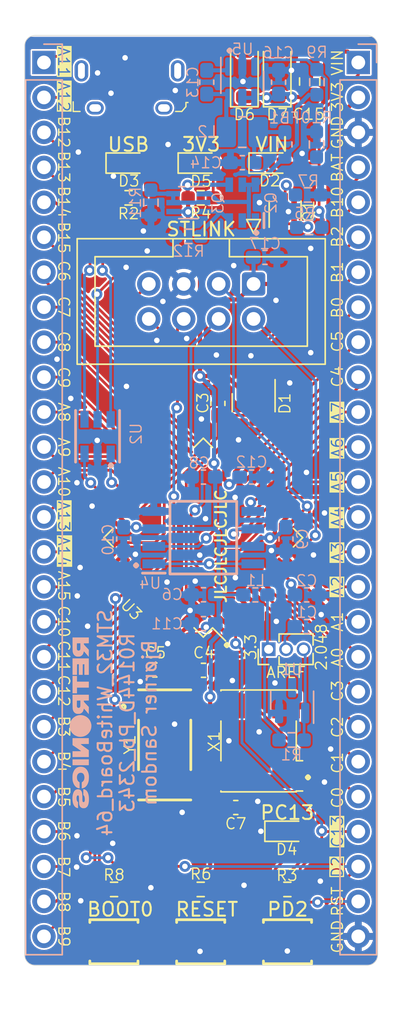
<source format=kicad_pcb>
(kicad_pcb (version 20221018) (generator pcbnew)
  (title_block (title "STM32 WhiteBoard64") (date "2023-10-25") (rev "D") (company "Retronics - Bjørner Sandom"))
  (layers (0 "F.Cu" signal) (31 "B.Cu" power) (34 "B.Paste" user) (35 "F.Paste" user) (36 "B.SilkS" user "B.Silkscreen") (37 "F.SilkS" user "F.Silkscreen") (38 "B.Mask" user) (39 "F.Mask" user) (44 "Edge.Cuts" user))
  (net 0 "")
  (net 1 "GND")
  (net 2 "/VBAT")
  (net 3 "/PC12")
  (net 4 "/PC11")
  (net 5 "/PC10")
  (net 6 "/PC9")
  (net 7 "/PC8")
  (net 8 "/PC7")
  (net 9 "/PC6")
  (net 10 "/PC5")
  (net 11 "/PC4")
  (net 12 "/PC3")
  (net 13 "/PC2")
  (net 14 "/PC1")
  (net 15 "/PC0")
  (net 16 "/PB15")
  (net 17 "/PB14")
  (net 18 "/PB13")
  (net 19 "/PB12")
  (net 20 "/PB10")
  (net 21 "/PB9")
  (net 22 "/PB8")
  (net 23 "/PB7")
  (net 24 "/PB6")
  (net 25 "/PB5")
  (net 26 "/PB4")
  (net 27 "/PB2")
  (net 28 "/PB1")
  (net 29 "/PB0")
  (net 30 "/PA15")
  (net 31 "/PA10")
  (net 32 "/PA9")
  (net 33 "/PA8")
  (net 34 "Net-(U3-OSC32_OUT_(PC15))")
  (net 35 "Net-(U3-OSC32_IN_(PC14))")
  (net 36 "Net-(U3-VCAP1)")
  (net 37 "/PA1")
  (net 38 "/PA0")
  (net 39 "+3.3V")
  (net 40 "/BOOT0")
  (net 41 "/RTC_BATT")
  (net 42 "Net-(D3-A)")
  (net 43 "Net-(D4-A)")
  (net 44 "VBUS")
  (net 45 "VCC")
  (net 46 "Net-(U5-SW)")
  (net 47 "/~{RESET}")
  (net 48 "Net-(U5-FB)")
  (net 49 "/PA2_UART2TX")
  (net 52 "Net-(JP1-A)")
  (net 53 "/PA3_UART2RX")
  (net 54 "/PB3_SWO")
  (net 55 "/PA13_SWDIO")
  (net 56 "/PA14_SWCLK")
  (net 57 "Net-(C14-Pad2)")
  (net 58 "Net-(D2-K)")
  (net 59 "Net-(D5-A)")
  (net 60 "Net-(Q3A-E1)")
  (net 61 "Net-(Q1A-E1)")
  (net 62 "Net-(Q1A-B1)")
  (net 63 "Net-(Q2-G)")
  (net 64 "Net-(Q3A-B1)")
  (net 65 "Net-(JP1-C)")
  (net 66 "/A11_USBD-")
  (net 67 "/A12_USBD+")
  (net 68 "/PA7_SPI1MOSI")
  (net 69 "Net-(JP1-B)")
  (net 70 "/PA6_SPI1MISO")
  (net 71 "/PA5_SPI1CLK")
  (net 72 "/PA4_CS")
  (net 73 "/PC13_LED")
  (net 74 "/PD2_USERBTN")
  (net 75 "Net-(U3-OSC8M_IN_(PD0))")
  (net 76 "Net-(D6-K)")
  (net 78 "Net-(U3-PA12-UART6:RX-UART1:RTS-SPI5:MISO-USB:DP)")
  (net 79 "Net-(U3-PA11-PWM-UART6:TX-SPI4:MISO-USB:DM)")
  (net 80 "Net-(U5-CB)")
  (footprint "Capacitor_SMD:C_0603_1608Metric_Pad1.08x0.95mm_HandSolder" (layer "F.Cu") (at 186 124.53 180)
    (fp_text reference "C4")
    (fp_text value "4.7pF")
  )
  (footprint "Capacitor_SMD:C_0603_1608Metric_Pad1.08x0.95mm_HandSolder" (layer "F.Cu") (at 182.4625 124.505 180)
    (fp_text reference "C5")
    (fp_text value "4.7pF")
  )
  (footprint "LED_SMD:LED_0603_1608Metric_Pad1.05x0.95mm_HandSolder" (layer "F.Cu") (at 192.125 136.225)
    (fp_text reference "D4")
    (fp_text value "\"PC13\"")
  )
  (footprint "Resistor_SMD:R_0603_1608Metric_Pad0.98x0.95mm_HandSolder" (layer "F.Cu") (at 192.1025 140.45)
    (fp_text reference "R3")
    (fp_text value "330Ω")
  )
  (footprint "Retronics_Switches:SKTHACE010" (layer "F.Cu") (at 185.8 144.25)
    (fp_text reference "SW2" hide)
    (fp_text value "Reset" hide)
  )
  (footprint "Retronics_Switches:SKTHACE010" (layer "F.Cu") (at 179.4875 144.25)
    (fp_text reference "SW1" hide)
    (fp_text value "Boot0" hide)
  )
  (footprint "Resistor_SMD:R_0603_1608Metric_Pad0.98x0.95mm_HandSolder" (layer "F.Cu") (at 179.5 140.45)
    (fp_text reference "R8")
    (fp_text value "10kΩ")
  )
  (footprint "Connector_IDC:IDC-Header_2x04_P2.54mm_Vertical" (layer "F.Cu") (at 189.645 96.46 -90)
    (fp_text reference "J1" hide)
    (fp_text value "SWDIO+Serial")
  )
  (footprint "Capacitor_SMD:C_0603_1608Metric_Pad1.08x0.95mm_HandSolder" (layer "F.Cu") (at 187.05 105.1375 90)
    (fp_text reference "C3")
    (fp_text value "100nF")
  )
  (footprint "LED_SMD:LED_0603_1608Metric_Pad1.05x0.95mm_HandSolder" (layer "F.Cu") (at 185.82 87.675)
    (fp_text reference "D5")
    (fp_text value "\"3V3\"")
  )
  (footprint "Resistor_SMD:R_0603_1608Metric_Pad0.98x0.95mm_HandSolder" (layer "F.Cu") (at 185.7975 90.2 180)
    (fp_text reference "R4")
    (fp_text value "330Ω")
  )
  (footprint "Retronics_Switches:SKTHACE010" (layer "F.Cu") (at 192.1125 144.25)
    (fp_text reference "SW3" hide)
    (fp_text value "User" hide)
  )
  (footprint "Connector_PinHeader_1.27mm:PinHeader_1x03_P1.27mm_Vertical" (layer "F.Cu") (at 190.74 123 90)
    (fp_text reference "JP1" hide)
    (fp_text value "Jumper_3_Bridged12")
  )
  (footprint "Capacitor_SMD:C_0805_2012Metric_Pad1.18x1.45mm_HandSolder" (layer "F.Cu") (at 193.725 81.75 -90)
    (fp_text reference "C15")
    (fp_text value "10µF 50V")
  )
  (footprint "LED_SMD:LED_0603_1608Metric_Pad1.05x0.95mm_HandSolder" (layer "F.Cu") (at 180.575 87.675)
    (fp_text reference "D3")
    (fp_text value "\"USB\"")
  )
  (footprint "Diode_SMD:D_SOD-123" (layer "F.Cu") (at 188.975 81.225 90)
    (fp_text reference "D6")
    (fp_text value "1N5819W")
  )
  (footprint "Retronics_Connectors:USB_Micro_B_Female_10118194-0001LF" (layer "F.Cu") (at 180.625 83.675 180)
    (fp_text reference "J2" hide)
    (fp_text value "USB_B_Micro")
  )
  (footprint "SamacSys_Parts:ABS25-Retronics22" (layer "F.Cu") (at 183.18 129.95 -90)
    (fp_text reference "Y1")
    (fp_text value "ABS25-32.768KHZ-6-T" hide)
  )
  (footprint "Package_TO_SOT_SMD:SOT-363_SC-70-6" (layer "F.Cu") (at 191.94 91.1375 90)
    (fp_text reference "Q1")
    (fp_text value "BC847BS")
  )
  (footprint "Resistor_SMD:R_0603_1608Metric_Pad0.98x0.95mm_HandSolder" (layer "F.Cu") (at 185.8 140.45 180)
    (fp_text reference "R6")
    (fp_text value "10kΩ")
  )
  (footprint "Diode_SMD:D_SOD-123" (layer "F.Cu") (at 191.3626 81.225 90)
    (fp_text reference "D7")
    (fp_text value "1N5819W")
  )
  (footprint "Resistor_SMD:R_0603_1608Metric_Pad0.98x0.95mm_HandSolder" (layer "F.Cu") (at 180.5525 90.2 180)
    (fp_text reference "R2")
    (fp_text value "1kΩ")
  )
  (footprint "Package_TO_SOT_SMD:SOT-23" (layer "F.Cu") (at 189.65 105.0875 -90)
    (fp_text reference "D1")
    (fp_text value "BAT54C")
  )
  (footprint "LED_SMD:LED_0603_1608Metric_Pad1.05x0.95mm_HandSolder" (layer "F.Cu") (at 190.9725 87.675)
    (fp_text reference "D2")
    (fp_text value "\"VIN\"")
  )
  (footprint "Capacitor_SMD:C_0603_1608Metric_Pad1.08x0.95mm_HandSolder" (layer "F.Cu") (at 188.35 134.5)
    (fp_text reference "C7")
    (fp_text value "100nF")
  )
  (footprint "Oscillator:Oscillator_SMD_Abracon_ASV-4Pin_7.0x5.1mm" (layer "F.Cu") (at 190.01 129.66 90)
    (fp_text reference "X1")
    (fp_text value "ASV-8MHz")
  )
  (footprint "Package_QFP:LQFP-64_10x10mm_P0.5mm" (layer "F.Cu") (at 185.99 114.89 135)
    (fp_text reference "U3")
    (fp_text value "STM32F411RET6" hide)
  )
  (footprint "Capacitor_SMD:C_0603_1608Metric_Pad1.08x0.95mm_HandSolder" (layer "B.Cu") (at 186 110.49)
    (fp_text reference "C8")
    (fp_text value "100nF")
  )
  (footprint "Capacitor_SMD:C_0603_1608Metric_Pad1.08x0.95mm_HandSolder" (layer "B.Cu") (at 189.5 110.49 180)
    (fp_text reference "C12")
    (fp_text value "4.7µF")
  )
  (footprint "Capacitor_SMD:C_0603_1608Metric_Pad1.08x0.95mm_HandSolder" (layer "B.Cu") (at 180.2 114.99 90)
    (fp_text reference "C10")
    (fp_text value "100nF")
  )
  (footprint "Capacitor_SMD:C_0603_1608Metric_Pad1.08x0.95mm_HandSolder" (layer "B.Cu") (at 186 121.14)
    (fp_text reference "C11")
    (fp_text value "100nF")
  )
  (footprint "Capacitor_SMD:C_0603_1608Metric_Pad1.08x0.95mm_HandSolder" (layer "B.Cu") (at 193.512501 119.05 180)
    (fp_text reference "C2")
    (fp_text value "100nF")
  )
  (footprint "Connector_PinHeader_2.54mm:PinHeader_1x26_P2.54mm_Vertical" (layer "B.Cu") (at 174.4 80.3656 180)
    (fp_text reference "J3" hide)
    (fp_text value "Header2")
  )
  (footprint "Connector_PinHeader_2.54mm:PinHeader_1x26_P2.54mm_Vertical" (layer "B.Cu") (at 197.26 80.3656 180)
    (fp_text reference "J4" hide)
    (fp_text value "Header1")
  )
  (footprint "Capacitor_SMD:C_0603_1608Metric_Pad1.08x0.95mm_HandSolder" (layer "B.Cu") (at 192 114.99 90)
    (fp_text reference "C9")
    (fp_text value "100nF")
  )
  (footprint "Capacitor_SMD:C_0603_1608Metric_Pad1.08x0.95mm_HandSolder" (layer "B.Cu") (at 193.512501 121.35 180)
    (fp_text reference "C1")
    (fp_text value "4.7µF")
  )
  (footprint "Inductor_SMD:L_0603_1608Metric_Pad1.05x0.95mm_HandSolder" (layer "B.Cu") (at 189.775001 119.05)
    (fp_text reference "L1")
    (fp_text value "22µH 2.4Ω")
  )
  (footprint "Inductor_SMD:L_0603_1608Metric_Pad1.05x0.95mm_HandSolder" (layer "B.Cu") (at 191.925 86.325 90)
    (fp_text reference "FB1")
    (fp_text value "100Ω@100MHz")
  )
  (footprint "myDevices:SOT-363_SC-70-6-Handsoldering" (layer "B.Cu") (at 184.9 90.55 180)
    (fp_text reference "Q3")
    (fp_text value "BC857BS")
  )
  (footprint "Resistor_SMD:R_0603_1608Metric_Pad0.98x0.95mm_HandSolder" (layer "B.Cu") (at 184.9 93)
    (fp_text reference "R12")
    (fp_text value "10kΩ")
  )
  (footprint "Resistor_SMD:R_0603_1608Metric_Pad0.98x0.95mm_HandSolder" (layer "B.Cu") (at 192.4075 129.59)
    (fp_text reference "R1")
    (fp_text value "220Ω")
  )
  (footprint "Retronics_IC:USBLC6-2SC6" (layer "B.Cu") (at 178.3 107.55 90)
    (fp_text reference "U2")
    (fp_text value "USBLC6-2P6" hide)
  )
  (footprint "Retronics_Memory:W25Q32JVSSIQ" (layer "B.Cu") (at 185.99 114.89)
    (fp_text reference "U4")
    (fp_text value "W25Q32JVSSIQ" hide)
  )
  (footprint "Capacitor_SMD:C_0603_1608Metric_Pad1.08x0.95mm_HandSolder" (layer "B.Cu") (at 191.4625 81.8 -90)
    (fp_text reference "C16")
    (fp_text value "100nF")
  )
  (footprint "Resistor_SMD:R_0603_1608Metric_Pad0.98x0.95mm_HandSolder" (layer "B.Cu") (at 194.25 81.8 90)
    (fp_text reference "R9")
    (fp_text value "51kΩ")
  )
  (footprint "SamacSys_Parts:SOT95P280X100-6N" (layer "B.Cu") (at 188.825 90.55 90)
    (fp_text reference "Q2")
    (fp_text value "Si3493DDV" hide)
  )
  (footprint "Resistor_SMD:R_0603_1608Metric_Pad0.98x0.95mm_HandSolder" (layer "B.Cu") (at 194.225 86.325 90)
    (fp_text reference "R10")
    (fp_text value "22.1kΩ")
  )
  (footprint "Resistor_SMD:R_0603_1608Metric_Pad0.98x0.95mm_HandSolder" (layer "B.Cu") (at 193.605 89.99 180)
    (fp_text reference "R7")
    (fp_text value "270Ω")
  )
  (footprint "Capacitor_SMD:C_0603_1608Metric_Pad1.08x0.95mm_HandSolder" (layer "B.Cu") (at 188.825 87.65)
    (fp_text reference "C14")
    (fp_text value "10µF 16V")
  )
  (footprint "Package_TO_SOT_SMD:SOT-23-6" (layer "B.Cu") (at 188.825 81.8 -90)
    (fp_text reference "U5")
    (fp_text value "TPS560430")
  )
  (footprint "Capacitor_SMD:C_0603_1608Metric_Pad1.08x0.95mm_HandSolder" (layer "B.Cu") (at 186.2375 81.8 90)
    (fp_text reference "C13")
    (fp_text value "100nF")
  )
  (footprint "Package_TO_SOT_SMD:SOT-23" (layer "B.Cu") (at 192.45 126.7 90)
    (fp_text reference "U1")
    (fp_text value "LM4040DIM3X-2.0")
  )
  (footprint "Capacitor_SMD:C_0603_1608Metric_Pad1.08x0.95mm_HandSolder" (layer "B.Cu") (at 186 119.04)
    (fp_text reference "C6")
    (fp_text value "100nF")
  )
  (footprint "Resistor_SMD:R_0603_1608Metric_Pad0.98x0.95mm_HandSolder" (layer "B.Cu") (at 193.6925 92.35)
    (fp_text reference "R5")
    (fp_text value "47kΩ")
  )
  (footprint "Resistor_SMD:R_0603_1608Metric_Pad0.98x0.95mm_HandSolder" (layer "B.Cu") (at 182.175 90.55 90)
    (fp_text reference "R11")
    (fp_text value "10kΩ")
  )
  (footprint "Inductor_SMD:L_1008_2520Metric_Pad1.43x2.20mm_HandSolder" (layer "B.Cu") (at 188.825 85.425)
    (fp_text reference "L2")
    (fp_text value "6.8µH 1A")
  )
  (footprint "Icons_Graphics:retronics_logo_14mm" (layer "B.Cu") (at 177.037818 128.35 -90)
    (fp_text reference "G***" hide)
    (fp_text value "LOGO" hide)
  )
  (footprint "Capacitor_SMD:C_0603_1608Metric_Pad1.08x0.95mm_HandSolder" (layer "B.Cu") (at 190.475 94.525 180)
    (fp_text reference "C17")
    (fp_text value "10µF 16V")
  )
  (gr_line (start 173 145.20967) (end 173 79.15) (stroke (width 0.05)) (layer "Edge.Cuts"))
  (gr_line (start 198.669665 79.15) (end 198.669665 145.20967) (stroke (width 0.05)) (layer "Edge.Cuts"))
  (gr_arc (start 197.919665 78.4) (mid 198.449995 78.61967) (end 198.669665 79.15) (stroke (width 0.05)) (layer "Edge.Cuts"))
  (gr_line (start 173.75 78.4) (end 197.919665 78.4) (stroke (width 0.05)) (layer "Edge.Cuts"))
  (gr_arc (start 198.669665 145.20967) (mid 198.45 145.739984) (end 197.919665 145.95967) (stroke (width 0.05)) (layer "Edge.Cuts"))
  (gr_arc (start 173 79.15) (mid 173.21967 78.61967) (end 173.75 78.4) (stroke (width 0.05)) (layer "Edge.Cuts"))
  (gr_arc (start 173.75 145.95967) (mid 173.219665 145.740005) (end 173 145.20967) (stroke (width 0.05)) (layer "Edge.Cuts"))
  (gr_line (start 197.919665 145.95967) (end 173.75 145.95967) (stroke (width 0.05)) (layer "Edge.Cuts"))
  (gr_text "." (at 181.1 116.3) (layer "B.SilkS") (effects (font (size 1.5 1.5) (thickness 0.3) bold) (justify mirror)))
  (gr_text "STM32_WhiteBoard_64\nR0144D_Pb_2343\nBjørner Sandom\n" (at 180.462818 128.346673 90) (layer "B.SilkS") (effects (font (size 1 1)) (justify mirror)))
  (gr_text "." (at 187.9 78.9) (layer "B.SilkS") (effects (font (size 1.5 1.5) (thickness 0.3) bold) (justify mirror)))
  (gr_text "A12" (at 175.84 82.85 270) (layer "F.SilkS" knockout) (effects (font (size 0.8 0.8) (thickness 0.1))))
  (gr_text "B4" (at 175.84 131.161 270) (layer "F.SilkS") (effects (font (size 0.8 0.8) (thickness 0.1))))
  (gr_text "C0" (at 195.74 133.78 90) (layer "F.SilkS") (effects (font (size 0.8 0.8) (thickness 0.1))))
  (gr_text "C11" (at 175.84 123.51 270) (layer "F.SilkS") (effects (font (size 0.8 0.8) (thickness 0.1))))
  (gr_text "AREF" (at 190.497381 125.15) (layer "F.SilkS") (effects (font (size 0.8 0.8) (thickness 0.1)) (justify left bottom)))
  (gr_text "A11" (at 175.84 80.33 270) (layer "F.SilkS" knockout) (effects (font (size 0.8 0.8) (thickness 0.1))))
  (gr_text "2.048" (at 195.04 124.62 90) (layer "F.SilkS") (effects (font (size 0.8 0.8) (thickness 0.1)) (justify left bottom)))
  (gr_text "." (at 193.6 131.7) (layer "F.SilkS") (effects (font (size 1.5 1.5) (thickness 0.3) bold)))
  (gr_text "B12" (at 175.84 85.41 270) (layer "F.SilkS") (effects (font (size 0.8 0.8) (thickness 0.1))))
  (gr_text "A6" (at 195.74 108.36 90) (layer "F.SilkS" knockout) (effects (font (size 0.8 0.8) (thickness 0.1))))
  (gr_text "PC13" (at 192.1 134.875) (layer "F.SilkS") (effects (font (size 1 1))))
  (gr_text "3.3" (at 189.91 123.85 90) (layer "F.SilkS") (effects (font (size 0.8 0.8) (thickness 0.1)) (justify left bottom)))
  (gr_text "C9" (at 175.84 103.25 270) (layer "F.SilkS") (effects (font (size 0.8 0.8) (thickness 0.1))))
  (gr_text "A2" (at 195.74 118.43 90) (layer "F.SilkS" knockout) (effects (font (size 0.8 0.8) (thickness 0.1))))
  (gr_text "VIN" (at 190.98 86.325) (layer "F.SilkS") (effects (font (size 1 1))))
  (gr_text "C6" (at 175.84 95.53 270) (layer "F.SilkS") (effects (font (size 0.8 0.8) (thickness 0.1))))
  (gr_text "B3" (at 175.84 128.61 270) (layer "F.SilkS") (effects (font (size 0.8 0.8) (thickness 0.1))))
  (gr_text "3V3" (at 195.74 82.86 90) (layer "F.SilkS") (effects (font (size 0.8 0.8) (thickness 0.1))))
  (gr_text "VIN" (at 195.74 80.375 90) (layer "F.SilkS") (effects (font (size 0.8 0.8) (thickness 0.1))))
  (gr_text "A9" (at 175.84 108.33 270) (layer "F.SilkS") (effects (font (size 0.8 0.8) (thickness 0.1))))
  (gr_text "RST" (at 195.74 141.325 90) (layer "F.SilkS") (effects (font (size 0.8 0.8) (thickness 0.1))))
  (gr_text "PD2" (at 192.125 141.9) (layer "F.SilkS") (effects (font (size 1 1))))
  (gr_text "3V3" (at 185.84 86.32) (layer "F.SilkS") (effects (font (size 1 1))))
  (gr_text "C5" (at 195.74 100.64 90) (layer "F.SilkS") (effects (font (size 0.8 0.8) (thickness 0.1))))
  (gr_text "STLINK" (at 185.84 92.48) (layer "F.SilkS") (effects (font (size 1 1))))
  (gr_text "B7" (at 175.84 138.8 270) (layer "F.SilkS") (effects (font (size 0.8 0.8) (thickness 0.1))))
  (gr_text "GND" (at 195.74 85.45 90) (layer "F.SilkS") (effects (font (size 0.8 0.8) (thickness 0.1))))
  (gr_text "C8" (at 175.84 100.66 270) (layer "F.SilkS") (effects (font (size 0.8 0.8) (thickness 0.1))))
  (gr_text "C2" (at 195.74 128.66 90) (layer "F.SilkS") (effects (font (size 0.8 0.8) (thickness 0.1))))
  (gr_text "A4\n" (at 195.74 113.42 90) (layer "F.SilkS" knockout) (effects (font (size 0.8 0.8) (thickness 0.1))))
  (gr_text "A7" (at 195.74 105.76 90) (layer "F.SilkS" knockout) (effects (font (size 0.8 0.8) (thickness 0.1))))
  (gr_text "B9" (at 175.85 143.85 -90) (layer "F.SilkS") (effects (font (size 0.8 0.8) (thickness 0.1))))
  (gr_text "A0" (at 195.74 123.59 90) (layer "F.SilkS") (effects (font (size 0.8 0.8) (thickness 0.1))))
  (gr_text "B15" (at 175.84 93.09 270) (layer "F.SilkS") (effects (font (size 0.8 0.8) (thickness 0.1))))
  (gr_text "USB" (at 180.545 86.33) (layer "F.SilkS") (effects (font (size 1 1))))
  (gr_text "A10" (at 175.84 110.84 270) (layer "F.SilkS") (effects (font (size 0.8 0.8) (thickness 0.1))))
  (gr_text "C7" (at 175.84 98.12 270) (layer "F.SilkS") (effects (font (size 0.8 0.8) (thickness 0.1))))
  (gr_text "B14" (at 175.84 90.5 270) (layer "F.SilkS") (effects (font (size 0.8 0.8) (thickness 0.1))))
  (gr_text "B2" (at 195.74 93.03 90) (layer "F.SilkS") (effects (font (size 0.8 0.8) (thickness 0.1))))
  (gr_text "C13" (at 195.74 136.25 90) (layer "F.SilkS" knockout) (effects (font (size 0.8 0.8) (thickness 0.1))))
  (gr_text "B13" (at 175.84 87.95 270) (layer "F.SilkS") (effects (font (size 0.8 0.8) (thickness 0.1))))
  (gr_text "C12" (at 175.84 126.011 270) (layer "F.SilkS") (effects (font (size 0.8 0.8) (thickness 0.1))))
  (gr_text "." (at 187.7 122.09) (layer "F.SilkS") (effects (font (size 1.5 1.5) (thickness 0.3) bold)))
  (gr_text "GND" (at 195.74 143.875 90) (layer "F.SilkS") (effects (font (size 0.8 0.8) (thickness 0.1))))
  (gr_text "B10" (at 195.74 90.52 90) (layer "F.SilkS") (effects (font (size 0.8 0.8) (thickness 0.1))))
  (gr_text "BAT" (at 195.74 88.02 90) (layer "F.SilkS") (effects (font (size 0.8 0.8) (thickness 0.1))))
  (gr_text "B5" (at 175.84 133.72 270) (layer "F.SilkS") (effects (font (size 0.8 0.8) (thickness 0.1))))
  (gr_text "A3" (at 195.74 115.94 90) (layer "F.SilkS" knockout) (effects (font (size 0.8 0.8) (thickness 0.1))))
  (gr_text "A1" (at 195.74 121 90) (layer "F.SilkS") (effects (font (size 0.8 0.8) (thickness 0.1))))
  (gr_text "C1" (at 195.74 131.255 90) (layer "F.SilkS") (effects (font (size 0.8 0.8) (thickness 0.1))))
  (gr_text "JLCJLCJLCJLC" (at 187.275 115.515 90) (layer "F.SilkS") (effects (font (size 0.8 0.8))))
  (gr_text "D2" (at 195.725 138.825 90) (layer "F.SilkS" knockout) (effects (font (size 0.8 0.8) (thickness 0.1))))
  (gr_text "C4" (at 195.74 103.19 90) (layer "F.SilkS") (effects (font (size 0.8 0.8) (thickness 0.1))))
  (gr_text "BOOT0" (at 179.95 141.9) (layer "F.SilkS") (effects (font (size 1 1))))
  (gr_text "B8" (at 175.85 141.35 -90) (layer "F.SilkS") (effects (font (size 0.8 0.8) (thickness 0.1))))
  (gr_text "A5" (at 195.74 110.83 90) (layer "F.SilkS" knockout) (effects (font (size 0.8 0.8) (thickness 0.1))))
  (gr_text "B6" (at 175.84 136.211 270) (layer "F.SilkS") (effects (font (size 0.8 0.8) (thickness 0.1))))
  (gr_text "B1" (at 195.74 95.61 90) (layer "F.SilkS") (effects (font (size 0.8 0.8) (thickness 0.1))))
  (gr_text "A8" (at 175.84 105.78 270) (layer "F.SilkS") (effects (font (size 0.8 0.8) (thickness 0.1))))
  (gr_text "B0" (at 195.74 98.17 90) (layer "F.SilkS") (effects (font (size 0.8 0.8) (thickness 0.1))))
  (gr_text "A14" (at 175.84 115.886 270) (layer "F.SilkS" knockout) (effects (font (size 0.8 0.8) (thickness 0.1))))
  (gr_text "RESET" (at 186.25 141.9) (layer "F.SilkS") (effects (font (size 1 1))))
  (gr_text "C3" (at 195.74 126.025 90) (layer "F.SilkS") (effects (font (size 0.8 0.8) (thickness 0.1))))
  (gr_text "A13" (at 175.84 113.34 270) (layer "F.SilkS" knockout) (effects (font (size 0.8 0.8) (thickness 0.1))))
  (gr_text "A15" (at 175.84 118.4 270) (layer "F.SilkS") (effects (font (size 0.8 0.8) (thickness 0.1))))
  (gr_text "C10" (at 175.84 120.98 270) (layer "F.SilkS") (effects (font (size 0.8 0.8) (thickness 0.1))))
  (segment (start 179.7 88.375) (end 179.7 87.7) (width 0.2) (layer "F.Cu") (net 1))
  (segment (start 192.625 80.7125) (end 193.725 80.7125) (width 0.3) (layer "F.Cu") (net 1))
  (segment (start 192.300928 113.175266) (end 191.578 113.898194) (width 0.2) (layer "F.Cu") (net 1))
  (segment (start 190.742813 117.167939) (end 191.240268 117.665394) (width 0.2) (layer "F.Cu") (net 1))
  (segment (start 181.6 125.15) (end 181.4 125.35) (width 0.2) (layer "F.Cu") (net 1))
  (segment (start 185.78 144.92) (end 185.75 144.95) (width 0.2) (layer "F.Cu") (net 1))
  (segment (start 179.325 83.675) (end 179.325 82.65) (width 0.2) (layer "F.Cu") (net 1))
  (segment (start 191.25 136.225) (end 190.175 136.225) (width 0.2) (layer "F.Cu") (net 1))
  (segment (start 190.742813 116.02522) (end 190.742813 117.167939) (width 0.2) (layer "F.Cu") (net 1))
  (segment (start 190.942502 115.825531) (end 190.742813 116.02522) (width 0.2) (layer "F.Cu") (net 1))
  (segment (start 192.075 144.9) (end 190.1375 144.9) (width 0.2) (layer "F.Cu") (net 1))
  (segment (start 194.0875 144.9) (end 192.125 144.9) (width 0.2) (layer "F.Cu") (net 1))
  (segment (start 187.755628 108.579072) (end 188.550484 107.784216) (width 0.2) (layer "F.Cu") (net 1))
  (segment (start 179.325 82.65) (end 179.275 82.6) (width 0.2) (layer "F.Cu") (net 1))
  (segment (start 185.72 144.92) (end 183.825 144.92) (width 0.2) (layer "F.Cu") (net 1))
  (segment (start 179.45 88.625) (end 179.7 88.375) (width 0.2) (layer "F.Cu") (net 1))
  (segment (start 192.59 90.79) (end 192.18 91.2) (width 0.3) (layer "F.Cu") (net 1))
  (segment (start 183.4 122.076194) (end 183.4 122.59) (width 0.2) (layer "F.Cu") (net 1))
  (segment (start 191.578 113.898194) (end 191.578 115.190033) (width 0.2) (layer "F.Cu") (net 1))
  (segment (start 187.775 144.92) (end 185.78 144.92) (width 0.2) (layer "F.Cu") (net 1))
  (segment (start 179.103806 112.6) (end 177.9 112.6) (width 0.2) (layer "F.Cu") (net 1))
  (segment (start 179.679072 113.175266) (end 179.103806 112.6) (width 0.2) (layer "F.Cu") (net 1))
  (segment (start 181.6 124.505) (end 181.6 125.15) (width 0.2) (layer "F.Cu") (net 1))
  (segment (start 187.704734 108.579072) (end 187.755628 108.579072) (width 0.2) (layer "F.Cu") (net 1))
  (segment (start 191.578 115.190033) (end 190.942502 115.825531) (width 0.2) (layer "F.Cu") (net 1))
  (segment (start 192.125 144.9) (end 192.1 144.925) (width 0.2) (layer "F.Cu") (net 1))
  (segment (start 192.59 90.1875) (end 192.59 90.79) (width 0.3) (layer "F.Cu") (net 1))
  (segment (start 189.5 134.5) (end 189.95 134.05) (width 0.2) (layer "F.Cu") (net 1))
  (segment (start 185.027915 120.178659) (end 185.027915 120.448279) (width 0.2) (layer "F.Cu") (net 1))
  (segment (start 185.027915 120.448279) (end 184.275266 121.200928) (width 0.2) (layer "F.Cu") (net 1))
  (segment (start 192.4 80.9375) (end 192.625 80.7125) (width 0.3) (layer "F.Cu") (net 1))
  (segment (start 185.75 144.95) (end 185.72 144.92) (width 0.2) (layer "F.Cu") (net 1))
  (segment (start 184.275266 121.200928) (end 183.4 122.076194) (width 0.2) (layer "F.Cu") (net 1))
  (segment (start 189.2125 134.5) (end 189.5 134.5) (width 0.2) (layer "F.Cu") (net 1))
  (segment (start 192.1 144.925) (end 192.075 144.9) (width 0.2) (layer "F.Cu") (net 1))
  (via (at 182.175 140.325) (size 0.8) (drill 0.4) (layers "F.Cu" "B.Cu") (net 1))
  (via (at 181.4 125.35) (size 0.8) (drill 0.4) (layers "F.Cu" "B.Cu") (net 1))
  (via (at 194.8 132.65) (size 0.8) (drill 0.4) (layers "F.Cu" "B.Cu") (net 1))
  (via (at 195.25 130.25) (size 0.8) (drill 0.4) (layers "F.Cu" "B.Cu") (net 1))
  (via (at 184.78 100.42) (size 0.8) (drill 0.4) (layers "F.Cu" "B.Cu") (net 1))
  (via (at 182.61 100.56) (size 0.8) (drill 0.4) (layers "F.Cu" "B.Cu") (net 1))
  (via (at 194 116.15) (size 0.8) (drill 0.4) (layers "F.Cu" "B.Cu") (net 1))
  (via (at 188.2 95.125) (size 0.8) (drill 0.4) (layers "F.Cu" "B.Cu") (net 1))
  (via (at 180.3 80.025) (size 0.8) (drill 0.4) (layers "F.Cu" "B.Cu") (net 1))
  (via (at 181.05 116.1) (size 0.8) (drill 0.4) (layers "F.Cu" "B.Cu") (net 1))
  (via (at 190.075 90.55) (size 0.8) (drill 0.4) (layers "F.Cu" "B.Cu") (net 1))
  (via (at 190.175 136.225) (size 0.8) (drill 0.4) (layers "F.Cu" "B.Cu") (net 1))
  (via (at 178.275 107.825) (size 0.8) (drill 0.4) (layers "F.Cu" "B.Cu") (net 1))
  (via (at 186.94 101.62) (size 0.8) (drill 0.4) (layers "F.Cu" "B.Cu") (net 1))
  (via (at 193.49 110.15) (size 0.8) (drill 0.4) (layers "F.Cu" "B.Cu") (net 1))
  (via (at 192.275 103.65) (size 0.8) (drill 0.4) (layers "F.Cu" "B.Cu") (net 1))
  (via (at 180.375 95.25) (size 0.8) (drill 0.4) (layers "F.Cu" "B.Cu") (net 1))
  (via (at 183.425 86.325) (size 0.8) (drill 0.4) (layers "F.Cu" "B.Cu") (net 1))
  (via (at 194.8025 113.1) (size 0.8) (drill 0.4) (layers "F.Cu" "B.Cu") (net 1))
  (via (at 192.1 144.925) (size 0.8) (drill 0.4) (layers "F.Cu" "B.Cu") (net 1))
  (via (at 179.45 88.625) (size 0.8) (drill 0.4) (layers "F.Cu" "B.Cu") (net 1))
  (via (at 193.8 101.45) (size 0.8) (drill 0.4) (layers "F.Cu" "B.Cu") (net 1))
  (via (at 177.9 112.6) (size 0.8) (drill 0.4) (layers "F.Cu" "B.Cu") (net 1))
  (via (at 185.85 106.27) (size 0.8) (drill 0.4) (layers "F.Cu" "B.Cu") (net 1))
  (via (at 191.2 125.45) (size 0.8) (drill 0.4) (layers "F.Cu" "B.Cu") (net 1))
  (via (at 185.73 116.16) (size 0.8) (drill 0.4) (layers "F.Cu" "B.Cu") (net 1))
  (via (at 188.550484 107.784216) (size 0.8) (drill 0.4) (layers "F.Cu" "B.Cu") (net 1))
  (via (at 193.175 86.975) (size 0.8) (drill 0.4) (layers "F.Cu" "B.Cu") (net 1))
  (via (at 176.9 86.875) (size 0.8) (drill 0.4) (layers "F.Cu" "B.Cu") (net 1))
  (via (at 185.027915 120.178659) (size 0.8) (drill 0.4) (layers "F.Cu" "B.Cu") (net 1))
  (via (at 191.275 97.65) (size 0.8) (drill 0.4) (layers "F.Cu" "B.Cu") (net 1))
  (via (at 178.3 81.125) (size 0.8) (drill 0.4) (layers "F.Cu" "B.Cu") (net 1))
  (via (at 194.5 139.85) (size 0.8) (drill 0.4) (layers "F.Cu" "B.Cu") (net 1))
  (via (at 176.825 119.125) (size 0.8) (drill 0.4) (layers "F.Cu" "B.Cu") (net 1))
  (via (at 185.4 118.05) (size 0.8) (drill 0.4) (layers "F.Cu" "B.Cu") (net 1))
  (via (at 184.45 134.85) (size 0.8) (drill 0.4) (layers "F.Cu" "B.Cu") (net 1))
  (via (at 181.63 92.61) (size 0.8) (drill 0.4) (layers "F.Cu" "B.Cu") (net 1))
  (via (at 189.95 134.05) (size 0.8) (drill 0.4) (layers "F.Cu" "B.Cu") (net 1))
  (via (at 186.15 113.515) (size 0.8) (drill 0.4) (layers "F.Cu" "B.Cu") (net 1))
  (via (at 192.4 80.9375) (size 0.8) (drill 0.4) (layers "F.Cu" "B.Cu") (net 1))
  (via (at 177.075 141.275) (size 0.8) (drill 0.4) (layers "F.Cu" "B.Cu") (net 1))
  (via (at 194.56 120.48) (size 0.8) (drill 0.4) (layers "F.Cu" "B.Cu") (net 1))
  (via (at 193.8 93.875) (size 0.8) (drill 0.4) (layers "F.Cu" "B.Cu") (net 1))
  (via (at 185.75 144.95) (size 0.8) (drill 0.4) (layers "F.Cu" "B.Cu") (net 1))
  (via (at 188.95 140.15) (size 0.8) (drill 0.4) (layers "F.Cu" "B.Cu") (net 1))
  (via (at 176.775 138.825) (size 0.8) (drill 0.4) (layers "F.Cu" "B.Cu") (net 1))
  (via (at 183.35 118.12) (size 0.8) (drill 0.4) (layers "F.Cu" "B.Cu") (net 1))
  (via (at 176.8 136.55) (size 0.8) (drill 0.4) (layers "F.Cu" "B.Cu") (net 1))
  (via (at 188.3 111.965) (size 0.8) (drill 0.4) (layers "F.Cu" "B.Cu") (net 1))
  (via (at 190.05 129) (size 0.8) (drill 0.4) (layers "F.Cu" "B.Cu") (net 1))
  (via (at 177.03 117.06) (size 0.8) (drill 0.4) (layers "F.Cu" "B.Cu") (net 1))
  (via (at 179.4 137.1) (size 0.8) (drill 0.4) (layers "F.Cu" "B.Cu") (net 1))
  (via (at 176.8 110.9) (size 0.8) (drill 0.4) (layers "F.Cu" "B.Cu") (net 1))
  (via (at 188.32 117.8) (size 0.8) (drill 0.4) (layers "F.Cu" "B.Cu") (net 1))
  (via (at 192.18 91.2) (size 0.8) (drill 0.4) (layers "F.Cu" "B.Cu") (net 1))
  (via (at 188.1 125.275) (size 0.8) (drill 0.4) (layers "F.Cu" "B.Cu") (net 1))
  (via (at 180.4 103.9) (size 0.8) (drill 0.4) (layers "F.Cu" "B.Cu") (net 1))
  (via (at 177.575 121.325) (size 0.8) (drill 0.4) (layers "F.Cu" "B.Cu") (net 1))
  (via (at 187.85 129.65) (size 0.8) (drill 0.4) (layers "F.Cu" "B.Cu") (net 1))
  (via (at 176.35 104.775) (size 0.8) (drill 0.4) (layers "F.Cu" "B.Cu") (net 1))
  (via (at 175.35 101.925) (size 0.8) (drill 0.4) (layers "F.Cu" "B.Cu") (net 1))
  (via (at 183.4 122.59) (size 0.8) (drill 0.4) (layers "F.Cu" "B.Cu") (net 1))
  (via (at 189.45 101.675) (size 0.8) (drill 0.4) (layers "F.Cu" "B.Cu") (net 1))
  (via (at 191.3 120.975) (size 0.8) (drill 0.4) (layers "F.Cu" "B.Cu") (net 1))
  (via (at 181.91 94.06) (size 0.8) (drill 0.4) (layers "F.Cu" "B.Cu") (net 1))
  (via (at 183.9 128.44) (size 0.8) (drill 0.4) (layers "F.Cu" "B.Cu") (net 1))
  (via (at 183.05 97.725) (size 0.8) (drill 0.4) (layers "F.Cu" "B.Cu") (net 1))
  (via (at 190.942502 115.825531) (size 0.8) (drill 0.4) (layers "F.Cu" "B.Cu") (net 1))
  (via (at 188.871549 81.7475) (size 0.8) (drill 0.4) (layers "F.Cu" "B.Cu") (net 1))
  (via (at 183.95 82.4) (size 0.8) (drill 0.4) (layers "F.Cu" "B.Cu") (net 1))
  (via (at 179.275 82.6) (size 0.8) (drill 0.4) (layers "F.Cu" "B.Cu") (net 1))
  (segment (start 178.3 107.85) (end 178.275 107.825) (width 0.2) (layer "B.Cu") (net 1))
  (segment (start 190.942502 115.825531) (end 190.969471 115.8525) (width 0.2) (layer "B.Cu") (net 1))
  (segment (start 190.969471 115.8525) (end 192 115.8525) (width 0.2) (layer "B.Cu") (net 1))
  (segment (start 178.3 108.8) (end 178.3 107.85) (width 0.2) (layer "B.Cu") (net 1))
  (segment (start 192.4 80.9375) (end 191.4625 80.9375) (width 0.3) (layer "B.Cu") (net 1))
  (segment (start 189.625 106) (end 189.65 106.025) (width 0.2) (layer "F.Cu") (net 2))
  (segment (start 184.75 118.9533) (end 187.351181 121.554481) (width 0.2) (layer "F.Cu") (net 2))
  (segment (start 186.390074 108.974299) (end 184.75 110.614373) (width 0.2) (layer "F.Cu") (net 2))
  (segment (start 184.75 110.614373) (end 184.75 118.9533) (width 0.2) (layer "F.Cu") (net 2))
  (segment (start 187.05 107.59) (end 186.390074 108.249926) (width 0.2) (layer "F.Cu") (net 2))
  (segment (start 187.05 106) (end 189.625 106) (width 0.2) (layer "F.Cu") (net 2))
  (segment (start 187.05 106) (end 187.05 107.59) (width 0.2) (layer "F.Cu") (net 2))
  (segment (start 186.390074 108.249926) (end 186.390074 108.974299) (width 0.2) (layer "F.Cu") (net 2))
  (segment (start 179.720195 118.684931) (end 180.739732 117.665394) (width 0.2) (layer "F.Cu") (net 3))
  (segment (start 175.75 122.2) (end 179.265069 118.684931) (width 0.2) (layer "F.Cu") (net 3))
  (segment (start 174.4 126.0856) (end 175.75 124.7356) (width 0.2) (layer "F.Cu") (net 3))
  (segment (start 175.75 124.7356) (end 175.75 122.2) (width 0.2) (layer "F.Cu") (net 3))
  (segment (start 179.265069 118.684931) (end 179.720195 118.684931) (width 0.2) (layer "F.Cu") (net 3))
  (segment (start 174.4 123.5456) (end 174.4 123.086138) (width 0.2) (layer "F.Cu") (net 4))
  (segment (start 179.341089 118.356931) (end 180.386179 117.311841) (width 0.2) (layer "F.Cu") (net 4))
  (segment (start 179.129207 118.356931) (end 179.341089 118.356931) (width 0.2) (layer "F.Cu") (net 4))
  (segment (start 174.4 123.086138) (end 179.129207 118.356931) (width 0.2) (layer "F.Cu") (net 4))
  (segment (start 180.032625 116.958287) (end 175.985312 121.0056) (width 0.2) (layer "F.Cu") (net 5))
  (segment (start 175.985312 121.0056) (end 174.4 121.0056) (width 0.2) (layer "F.Cu") (net 5))
  (segment (start 174.4 103.2256) (end 175.7256 103.2256) (width 0.2) (layer "F.Cu") (net 6))
  (segment (start 180.434 107.934) (end 180.434 108.980446) (width 0.2) (layer "F.Cu") (net 6))
  (segment (start 175.7256 103.2256) (end 180.434 107.934) (width 0.2) (layer "F.Cu") (net 6))
  (segment (start 180.434 108.980446) (end 182.153946 110.700392) (width 0.2) (layer "F.Cu") (net 6))
  (segment (start 175.8476 100.6856) (end 180.762 105.6) (width 0.2) (layer "F.Cu") (net 7))
  (segment (start 180.762 108.60134) (end 182.507499 110.346839) (width 0.2) (layer "F.Cu") (net 7))
  (segment (start 180.762 105.6) (end 180.762 108.60134) (width 0.2) (layer "F.Cu") (net 7))
  (segment (start 174.4 100.6856) (end 175.8476 100.6856) (width 0.2) (layer "F.Cu") (net 7))
  (segment (start 181.09 103.29) (end 181.09 108.222234) (width 0.2) (layer "F.Cu") (net 8))
  (segment (start 182.861052 109.951052) (end 182.861052 109.993286) (width 0.2) (layer "F.Cu") (net 8))
  (segment (start 175.9456 98.1456) (end 181.09 103.29) (width 0.2) (layer "F.Cu") (net 8))
  (segment (start 181.09 108.222234) (end 182.861052 109.993286) (width 0.2) (layer "F.Cu") (net 8))
  (segment (start 174.4 98.1456) (end 175.9456 98.1456) (width 0.2) (layer "F.Cu") (net 8))
  (segment (start 174.4 96.15) (end 174.4 95.6056) (width 0.2) (layer "F.Cu") (net 9))
  (segment (start 176.0676 97.8176) (end 174.4 96.15) (width 0.2) (layer "F.Cu") (net 9))
  (segment (start 183.214606 109.467198) (end 181.418 107.670592) (width 0.2) (layer "F.Cu") (net 9))
  (segment (start 176.081462 97.8176) (end 176.0676 97.8176) (width 0.2) (layer "F.Cu") (net 9))
  (segment (start 183.214606 109.639732) (end 183.214606 109.467198) (width 0.2) (layer "F.Cu") (net 9))
  (segment (start 181.418 107.670592) (end 181.418 103.154138) (width 0.2) (layer "F.Cu") (net 9))
  (segment (start 181.418 103.154138) (end 176.081462 97.8176) (width 0.2) (layer "F.Cu") (net 9))
  (segment (start 189.826054 110.700392) (end 196 104.526446) (width 0.2) (layer "F.Cu") (net 10))
  (segment (start 196 101.8856) (end 197.2 100.6856) (width 0.2) (layer "F.Cu") (net 10))
  (segment (start 196 104.526446) (end 196 101.8856) (width 0.2) (layer "F.Cu") (net 10))
  (segment (start 190.179608 111.053946) (end 197.2 104.033554) (width 0.2) (layer "F.Cu") (net 11))
  (segment (start 197.2 104.033554) (end 197.2 103.2256) (width 0.2) (layer "F.Cu") (net 11))
  (segment (start 192.087766 119.22) (end 190.886714 118.018948) (width 0.2) (layer "F.Cu") (net 12))
  (segment (start 197.2 126.0856) (end 195.592 124.4776) (width 0.2) (layer "F.Cu") (net 12))
  (segment (start 192.38 119.22) (end 192.087766 119.22) (width 0.2) (layer "F.Cu") (net 12))
  (segment (start 195.592 124.4776) (end 195.592 122.432) (width 0.2) (layer "F.Cu") (net 12))
  (segment (start 195.592 122.432) (end 192.38 119.22) (width 0.2) (layer "F.Cu") (net 12))
  (segment (start 195.264 126.6896) (end 195.264 122.567862) (width 0.2) (layer "F.Cu") (net 13))
  (segment (start 191.70866 119.548) (end 190.533161 118.372501) (width 0.2) (layer "F.Cu") (net 13))
  (segment (start 195.264 122.567862) (end 192.244138 119.548) (width 0.2) (layer "F.Cu") (net 13))
  (segment (start 192.244138 119.548) (end 191.70866 119.548) (width 0.2) (layer "F.Cu") (net 13))
  (segment (start 197.2 128.6256) (end 195.264 126.6896) (width 0.2) (layer "F.Cu") (net 13))
  (segment (start 194.936 128.9016) (end 194.936 122.703724) (width 0.2) (layer "F.Cu") (net 14))
  (segment (start 192.108276 119.876) (end 191.329554 119.876) (width 0.2) (layer "F.Cu") (net 14))
  (segment (start 197.2 131.1656) (end 194.936 128.9016) (width 0.2) (layer "F.Cu") (net 14))
  (segment (start 194.936 122.703724) (end 192.108276 119.876) (width 0.2) (layer "F.Cu") (net 14))
  (segment (start 191.329554 119.876) (end 190.179608 118.726054) (width 0.2) (layer "F.Cu") (net 14))
  (segment (start 194.608 122.839586) (end 191.972414 120.204) (width 0.2) (layer "F.Cu") (net 15))
  (segment (start 191.972414 120.204) (end 190.950446 120.204) (width 0.2) (layer "F.Cu") (net 15))
  (segment (start 197.2 133.7056) (end 194.608 131.1136) (width 0.2) (layer "F.Cu") (net 15))
  (segment (start 190.950446 120.204) (end 189.826054 119.079608) (width 0.2) (layer "F.Cu") (net 15))
  (segment (start 194.608 131.1136) (end 194.608 122.839586) (width 0.2) (layer "F.Cu") (net 15))
  (segment (start 176.203462 97.4896) (end 175.478 96.764138) (width 0.2) (layer "F.Cu") (net 16))
  (segment (start 176.217324 97.4896) (end 176.203462 97.4896) (width 0.2) (layer "F.Cu") (net 16))
  (segment (start 181.746 107.46402) (end 181.746 103.018276) (width 0.2) (layer "F.Cu") (net 16))
  (segment (start 181.746 103.018276) (end 176.217324 97.4896) (width 0.2) (layer "F.Cu") (net 16))
  (segment (start 175.478 94.1436) (end 174.4 93.0656) (width 0.2) (layer "F.Cu") (net 16))
  (segment (start 175.478 96.764138) (end 175.478 94.1436) (width 0.2) (layer "F.Cu") (net 16))
  (segment (start 183.568159 109.286179) (end 181.746 107.46402) (width 0.2) (layer "F.Cu") (net 16))
  (segment (start 175.93 96.752276) (end 175.93 91.23) (width 0.2) (layer "F.Cu") (net 17))
  (segment (start 183.921713 108.932625) (end 182.074 107.084912) (width 0.2) (layer "F.Cu") (net 17))
  (segment (start 175.2256 90.5256) (end 174.4 90.5256) (width 0.2) (layer "F.Cu") (net 17))
  (segment (start 176.353186 97.1616) (end 176.339324 97.1616) (width 0.2) (layer "F.Cu") (net 17))
  (segment (start 182.074 107.084912) (end 182.074 102.882414) (width 0.2) (layer "F.Cu") (net 17))
  (segment (start 182.074 102.882414) (end 176.353186 97.1616) (width 0.2) (layer "F.Cu") (net 17))
  (segment (start 175.93 91.23) (end 175.2256 90.5256) (width 0.2) (layer "F.Cu") (net 17))
  (segment (start 176.339324 97.1616) (end 175.93 96.752276) (width 0.2) (layer "F.Cu") (net 17))
  (segment (start 174.4 87.9856) (end 176.258 89.8436) (width 0.2) (layer "F.Cu") (net 18))
  (segment (start 176.258 89.8436) (end 176.258 96.616414) (width 0.2) (layer "F.Cu") (net 18))
  (segment (start 176.489048 96.8336) (end 182.402 102.746552) (width 0.2) (layer "F.Cu") (net 18))
  (segment (start 176.258 96.616414) (end 176.475186 96.8336) (width 0.2) (layer "F.Cu") (net 18))
  (segment (start 182.402 106.705806) (end 184.275266 108.579072) (width 0.2) (layer "F.Cu") (net 18))
  (segment (start 176.475186 96.8336) (end 176.489048 96.8336) (width 0.2) (layer "F.Cu") (net 18))
  (segment (start 182.402 102.746552) (end 182.402 106.705806) (width 0.2) (layer "F.Cu") (net 18))
  (segment (start 176.62491 96.5056) (end 176.611048 96.5056) (width 0.2) (layer "F.Cu") (net 19))
  (segment (start 176.586 87.6316) (end 174.4 85.4456) (width 0.2) (layer "F.Cu") (net 19))
  (segment (start 184.628819 108.225519) (end 182.73 106.3267) (width 0.2) (layer "F.Cu") (net 19))
  (segment (start 176.611048 96.5056) (end 176.586 96.480552) (width 0.2) (layer "F.Cu") (net 19))
  (segment (start 176.586 96.480552) (end 176.586 87.6316) (width 0.2) (layer "F.Cu") (net 19))
  (segment (start 182.73 106.3267) (end 182.73 102.61069) (width 0.2) (layer "F.Cu") (net 19))
  (segment (start 182.73 102.61069) (end 176.62491 96.5056) (width 0.2) (layer "F.Cu") (net 19))
  (segment (start 194.688 97.022261) (end 195.794 95.916261) (width 0.2) (layer "F.Cu") (net 20))
  (segment (start 195.794 95.916261) (end 195.794 91.9316) (width 0.2) (layer "F.Cu") (net 20))
  (segment (start 194.688 103.01002) (end 194.688 97.022261) (width 0.2) (layer "F.Cu") (net 20))
  (segment (start 195.794 91.9316) (end 197.2 90.5256) (width 0.2) (layer "F.Cu") (net 20))
  (segment (start 188.411841 109.286179) (end 194.688 103.01002) (width 0.2) (layer "F.Cu") (net 20))
  (segment (start 178.43 126.339088) (end 183.921713 120.847375) (width 0.2) (layer "F.Cu") (net 21))
  (segment (start 175.65 141.43) (end 178.43 138.65) (width 0.2) (layer "F.Cu") (net 21))
  (segment (start 178.43 138.65) (end 178.43 126.339088) (width 0.2) (layer "F.Cu") (net 21))
  (segment (start 175.65 142.6156) (end 175.65 141.43) (width 0.2) (layer "F.Cu") (net 21))
  (segment (start 174.4 143.8656) (end 175.65 142.6156) (width 0.2) (layer "F.Cu") (net 21))
  (segment (start 178.102 138.5) (end 178.102 125.95998) (width 0.2) (layer "F.Cu") (net 22))
  (segment (start 174.4 141.3256) (end 175.2764 141.3256) (width 0.2) (layer "F.Cu") (net 22))
  (segment (start 178.102 125.95998) (end 183.568159 120.493821) (width 0.2) (layer "F.Cu") (net 22))
  (segment (start 175.2764 141.3256) (end 178.102 138.5) (width 0.2) (layer "F.Cu") (net 22))
  (segment (start 177.446 136.95) (end 177.446 125.201766) (width 0.2) (layer "F.Cu") (net 23))
  (segment (start 174.4 138.7856) (end 175.6104 138.7856) (width 0.2) (layer "F.Cu") (net 23))
  (segment (start 177.446 125.201766) (end 182.861052 119.786714) (width 0.2) (layer "F.Cu") (net 23))
  (segment (start 175.6104 138.7856) (end 177.446 136.95) (width 0.2) (layer "F.Cu") (net 23))
  (segment (start 177.118 134.9) (end 177.118 124.82266) (width 0.2) (layer "F.Cu") (net 24))
  (segment (start 175.7724 136.2456) (end 177.118 134.9) (width 0.2) (layer "F.Cu") (net 24))
  (segment (start 174.4 136.2456) (end 175.7724 136.2456) (width 0.2) (layer "F.Cu") (net 24))
  (segment (start 177.118 124.82266) (end 182.507499 119.433161) (width 0.2) (layer "F.Cu") (net 24))
  (segment (start 176.79 131.8) (end 176.79 124.443554) (width 0.2) (layer "F.Cu") (net 25))
  (segment (start 174.8844 133.7056) (end 176.79 131.8) (width 0.2) (layer "F.Cu") (net 25))
  (segment (start 176.79 124.443554) (end 182.153946 119.079608) (width 0.2) (layer "F.Cu") (net 25))
  (segment (start 174.4 133.7056) (end 174.8844 133.7056) (width 0.2) (layer "F.Cu") (net 25))
  (segment (start 176.462 124.064446) (end 181.800392 118.726054) (width 0.2) (layer "F.Cu") (net 26))
  (segment (start 174.4 131.1656) (end 176.462 129.1036) (width 0.2) (layer "F.Cu") (net 26))
  (segment (start 176.462 128.85) (end 176.462 124.064446) (width 0.2) (layer "F.Cu") (net 26))
  (segment (start 176.462 129.1036) (end 176.462 128.85) (width 0.2) (layer "F.Cu") (net 26))
  (segment (start 195.016 103.561662) (end 195.016 97.158123) (width 0.2) (layer "F.Cu") (net 27))
  (segment (start 196.122 94.1436) (end 197.2 93.0656) (width 0.2) (layer "F.Cu") (net 27))
  (segment (start 195.016 97.158123) (end 196.122 96.052123) (width 0.2) (layer "F.Cu") (net 27))
  (segment (start 188.765394 109.639732) (end 188.93793 109.639732) (width 0.2) (layer "F.Cu") (net 27))
  (segment (start 188.93793 109.639732) (end 195.016 103.561662) (width 0.2) (layer "F.Cu") (net 27))
  (segment (start 196.122 96.052123) (end 196.122 94.1436) (width 0.2) (layer "F.Cu") (net 27))
  (segment (start 189.206714 109.993286) (end 195.344 103.856) (width 0.2) (layer "F.Cu") (net 28))
  (segment (start 195.344 97.4616) (end 197.2 95.6056) (width 0.2) (layer "F.Cu") (net 28))
  (segment (start 189.118948 109.993286) (end 189.206714 109.993286) (width 0.2) (layer "F.Cu") (net 28))
  (segment (start 195.344 103.856) (end 195.344 97.4616) (width 0.2) (layer "F.Cu") (net 28))
  (segment (start 195.672 99.6736) (end 197.2 98.1456) (width 0.2) (layer "F.Cu") (net 29))
  (segment (start 189.472501 110.346839) (end 195.672 104.14734) (width 0.2) (layer "F.Cu") (net 29))
  (segment (start 195.672 104.14734) (end 195.672 99.6736) (width 0.2) (layer "F.Cu") (net 29))
  (segment (start 177.818206 118.4656) (end 174.4 118.4656) (width 0.2) (layer "F.Cu") (net 30))
  (segment (start 179.679072 116.604734) (end 177.818206 118.4656) (width 0.2) (layer "F.Cu") (net 30))
  (segment (start 174.4 110.8456) (end 175.25 109.9956) (width 0.2) (layer "F.Cu") (net 31))
  (segment (start 179.327834 109.9956) (end 181.093286 111.761052) (width 0.2) (layer "F.Cu") (net 31))
  (segment (start 175.25 109.9956) (end 179.327834 109.9956) (width 0.2) (layer "F.Cu") (net 31))
  (segment (start 174.4 108.3056) (end 175.0944 109) (width 0.2) (layer "F.Cu") (net 32))
  (segment (start 179.03934 109) (end 181.446839 111.407499) (width 0.2) (layer "F.Cu") (net 32))
  (segment (start 175.0944 109) (end 179.03934 109) (width 0.2) (layer "F.Cu") (net 32))
  (segment (start 180.106 108.181) (end 180.106 109.359554) (width 0.2) (layer "F.Cu") (net 33))
  (segment (start 174.4 105.7656) (end 177.6906 105.7656) (width 0.2) (layer "F.Cu") (net 33))
  (segment (start 177.6906 105.7656) (end 180.106 108.181) (width 0.2) (layer "F.Cu") (net 33))
  (segment (start 180.106 109.359554) (end 181.800392 111.053946) (width 0.2) (layer "F.Cu") (net 33))
  (segment (start 186.5625 125.1775) (end 186.5625 124.29) (width 0.2) (layer "F.Cu") (net 34))
  (segment (start 187.3065 123.546) (end 188.779862 123.546) (width 0.2) (layer "F.Cu") (net 34))
  (segment (start 189.3 123.025862) (end 189.3 121.38198) (width 0.2) (layer "F.Cu") (net 34))
  (segment (start 188.779862 123.546) (end 189.3 123.025862) (width 0.2) (layer "F.Cu") (net 34))
  (segment (start 184.78 126.96) (end 186.5625 125.1775) (width 0.2) (layer "F.Cu") (net 34))
  (segment (start 189.3 121.38198) (end 188.411841 120.493821) (width 0.2) (layer "F.Cu") (net 34))
  (segment (start 186.5625 124.29) (end 187.3065 123.546) (width 0.2) (layer "F.Cu") (net 34))
  (segment (start 183.025 125.515) (end 183.025 124.265) (width 0.2) (layer "F.Cu") (net 35))
  (segment (start 188.972 122.89) (end 188.972 121.761088) (width 0.2) (layer "F.Cu") (net 35))
  (segment (start 183.025 124.265) (end 184.072 123.218) (width 0.2) (layer "F.Cu") (net 35))
  (segment (start 188.972 121.761088) (end 188.058287 120.847375) (width 0.2) (layer "F.Cu") (net 35))
  (segment (start 188.644 123.218) (end 188.972 122.89) (width 0.2) (layer "F.Cu") (net 35))
  (segment (start 181.58 126.96) (end 183.025 125.515) (width 0.2) (layer "F.Cu") (net 35))
  (segment (start 184.072 123.218) (end 188.644 123.218) (width 0.2) (layer "F.Cu") (net 35))
  (segment (start 187.510833 110.659728) (end 187.869879 111.018774) (width 0.3) (layer "F.Cu") (net 36))
  (segment (start 188.058287 108.932625) (end 187.510833 109.480079) (width 0.3) (layer "F.Cu") (net 36))
  (segment (start 187.510833 109.480079) (end 187.510833 110.659728) (width 0.3) (layer "F.Cu") (net 36))
  (via (at 187.869879 111.018774) (size 0.8) (drill 0.4) (layers "F.Cu" "B.Cu") (net 36))
  (segment (start 188.108726 111.018774) (end 188.6375 110.49) (width 0.3) (layer "B.Cu") (net 36))
  (segment (start 187.869879 111.018774) (end 188.108726 111.018774) (width 0.3) (layer "B.Cu") (net 36))
  (segment (start 196.701794 121.0056) (end 192.300928 116.604734) (width 0.2) (layer "F.Cu") (net 37))
  (segment (start 197.2 121.0056) (end 196.701794 121.0056) (width 0.2) (layer "F.Cu") (net 37))
  (segment (start 196.07 121.079765) (end 196.07 122.26) (width 0.2) (layer "F.Cu") (net 38))
  (segment (start 192.628188 117.6391) (end 192.629335 117.6391) (width 0.2) (layer "F.Cu") (net 38))
  (segment (start 197.2 123.39) (end 197.2 123.5456) (width 0.2) (layer "F.Cu") (net 38))
  (segment (start 192.629335 117.6391) (end 196.07 121.079765) (width 0.2) (layer "F.Cu") (net 38))
  (segment (start 191.947375 116.958287) (end 192.628188 117.6391) (width 0.2) (layer "F.Cu") (net 38))
  (segment (start 196.07 122.26) (end 197.2 123.39) (width 0.2) (layer "F.Cu") (net 38))
  (segment (start 188.517 97.588) (end 185.788 97.588) (width 0.3) (layer "F.Cu") (net 39))
  (segment (start 186.4825 126.45) (end 186.488934 126.456434) (width 0.3) (layer "F.Cu") (net 39))
  (segment (start 181.4625 144.9) (end 183.072 143.2905) (width 0.2) (layer "F.Cu") (net 39))
  (segment (start 185.75 97.55) (end 185.75 103.15) (width 0.3) (layer "F.Cu") (net 39))
  (segment (start 183.072 142.2655) (end 184.8875 140.45) (width 0.2) (layer "F.Cu") (net 39))
  (segment (start 189.645 96.46) (end 188.517 97.588) (width 0.3) (layer "F.Cu") (net 39))
  (segment (start 195.088 94.787) (end 195.088 85.875) (width 0.3) (layer "F.Cu") (net 39))
  (segment (start 185.788 97.588) (end 185.75 97.55) (width 0.3) (layer "F.Cu") (net 39))
  (segment (start 195.088 85.875) (end 195.088 85.0776) (width 0.3) (layer "F.Cu") (net 39))
  (segment (start 195.088 85.0776) (end 197.26 82.9056) (width 0.3) (layer "F.Cu") (net 39))
  (segment (start 186.042327 121.554481) (end 186.202312 121.394496) (width 0.2) (layer "F.Cu") (net 39))
  (segment (start 187.7 103.15) (end 185.75 103.15) (width 0.3) (layer "F.Cu") (net 39))
  (segment (start 186.488934 138.848566) (end 184.8875 140.45) (width 0.3) (layer "F.Cu") (net 39))
  (segment (start 190.832565 114.902331) (end 191.2 114.534896) (width 0.3) (layer "F.Cu") (net 39))
  (segment (start 184.85 89.275) (end 184.85 90.165) (width 0.3) (layer "F.Cu") (net 39))
  (segment (start 189.645 96.46) (end 193.415 96.46) (width 0.3) (layer "F.Cu") (net 39))
  (segment (start 186.488934 126.456434) (end 186.488934 132.2) (width 0.3) (layer "F.Cu") (net 39))
  (segment (start 191.2 113.569088) (end 191.947375 112.821713) (width 0.3) (layer "F.Cu") (net 39))
  (segment (start 181.4625 144.92) (end 177.5125 144.92) (width 0.3) (layer "F.Cu") (net 39))
  (segment (start 186.768074 108.808626) (end 186.768074 109.484426) (width 0.3) (layer "F.Cu") (net 39))
  (segment (start 185.75 95.675) (end 184.885 94.81) (width 0.3) (layer "F.Cu") (net 39))
  (segment (start 187.4875 132.7225) (end 188.01 132.2) (width 0.2) (layer "F.Cu") (net 39))
  (segment (start 193.415 96.46) (end 195.088 94.787) (width 0.3) (layer "F.Cu") (net 39))
  (segment (start 188.01 132.2) (end 186.488934 132.2) (width 0.2) (layer "F.Cu") (net 39))
  (segment (start 181.11 114.13) (end 179.9267 114.13) (width 0.2) (layer "F.Cu") (net 39))
  (segment (start 184.628819 121.554481) (end 186.042327 121.554481) (width 0.2) (layer "F.Cu") (net 39))
  (segment (start 183.072 143.2905) (end 183.072 142.2655) (width 0.2) (layer "F.Cu") (net 39))
  (segment (start 192.01 132.2) (end 188.01 132.2) (width 0.2) (layer "F.Cu") (net 39))
  (segment (start 179.9267 114.13) (end 179.325519 113.528819) (width 0.2) (layer "F.Cu") (net 39))
  (segment (start 184.85 90.165) (end 184.885 90.2) (width 0.3) (layer "F.Cu") (net 39))
  (segment (start 186.488934 132.2) (end 186.488934 138.848566) (width 0.3) (layer "F.Cu") (net 39))
  (segment (start 185.75 95.675) (end 185.75 97.55) (width 0.3) (layer "F.Cu") (net 39))
  (segment (start 187.4875 134.5) (end 187.4875 132.7225) (width 0.2) (layer "F.Cu") (net 39))
  (segment (start 187.351181 108.225519) (end 186.768074 108.808626) (width 0.3) (layer "F.Cu") (net 39))
  (segment (start 191.2 114.534896) (end 191.2 113.569088) (width 0.3) (layer "F.Cu") (net 39))
  (segment (start 184.885 94.81) (end 184.885 90.2) (width 0.3) (layer "F.Cu") (net 39))
  (segment (start 188.7 104.15) (end 187.7 103.15) (width 0.3) (layer "F.Cu") (net 39))
  (via (at 185.75 103.15) (size 0.8) (drill 0.4) (layers "F.Cu" "B.Cu") (net 39))
  (via (at 186.768074 109.484426) (size 0.8) (drill 0.4) (layers "F.Cu" "B.Cu") (net 39))
  (via (at 186.202312 121.394496) (size 0.8) (drill 0.4) (layers "F.Cu" "B.Cu") (net 39))
  (via (at 186.4825 126.45) (size 0.8) (drill 0.4) (layers "F.Cu" "B.Cu") (net 39))
  (via (at 181.11 114.13) (size 0.8) (drill 0.4) (layers "F.Cu" "B.Cu") (net 39))
  (via (at 184.885 91.2275) (size 0.8) (drill 0.4) (layers "F.Cu" "B.Cu") (net 39))
  (via (at 184.85 89.275) (size 0.8) (drill 0.4) (layers "F.Cu" "B.Cu") (net 39))
  (via (at 190.832565 114.902331) (size 0.8) (drill 0.4) (layers "F.Cu" "B.Cu") (net 39))
  (segment (start 184.8575 91.2) (end 184.885 91.2275) (width 0.3) (layer "B.Cu") (net 39))
  (segment (start 181.1075 114.1275) (end 180.5 114.1275) (width 0.2) (layer "B.Cu") (net 39))
  (segment (start 189.645 94.5575) (end 189.6125 94.525) (width 0.3) (layer "B.Cu") (net 39))
  (segment (start 186.8725 119.05) (end 186.8625 119.04) (width 0.2) (layer "B.Cu") (net 39))
  (segment (start 184.875 89.25) (end 184.85 89.275) (width 0.3) (layer "B.Cu") (net 39))
  (segment (start 181.11 114.13) (end 181.1075 114.1275) (width 0.2) (layer "B.Cu") (net 39))
  (segment (start 186.53 122.51) (end 187.1 121.94) (width 0.3) (layer "B.Cu") (net 39))
  (segment (start 187.1 114.5375) (end 186.8525 114.29) (width 0.3) (layer "B.Cu") (net 39))
  (segment (start 186.608004 121.394496) (end 186.8625 121.14) (width 0.2) (layer "B.Cu") (net 39))
  (segment (start 186.768074 104.168074) (end 185.75 103.15) (width 0.3) (layer "B.Cu") (net 39))
  (segment (start 187.105 115.525) (end 187.1 115.53) (width 0.2) (layer "B.Cu") (net 39))
  (segment (start 187.875 89.25) (end 184.875 89.25) (width 0.3) (layer "B.Cu") (net 39))
  (segment (start 189.645 96.46) (end 189.645 94.5575) (width 0.3) (layer "B.Cu") (net 39))
  (segment (start 187.135 116.795) (end 187.1 116.76) (width 0.2) (layer "B.Cu") (net 39))
  (segment (start 187.1 116.76) (end 187.1 115.53) (width 0.3) (layer "B.Cu") (net 39))
  (segment (start 183.8 91.2) (end 184.8575 91.2) (width 0.3) (layer "B.Cu") (net 39))
  (segment (start 181.235 114.255) (end 186.8175 114.255) (width 0.3) (layer "B.Cu") (net 39))
  (segment (start 189.59 116.795) (end 187.135 116.795) (width 0.2) (layer "B.Cu") (net 39))
  (segment (start 186.8175 114.255) (end 186.8525 114.29) (width 0.3) (layer "B.Cu") (net 39))
  (segment (start 189.59 115.525) (end 187.105 115.525) (width 0.2) (layer "B.Cu") (net 39))
  (segment (start 186.53 126.4025) (end 186.53 122.51) (width 0.3) (layer "B.Cu") (net 39))
  (segment (start 181.11 114.13) (end 181.235 114.255) (width 0.3) (layer "B.Cu") (net 39))
  (segment (start 191.225169 114.902331) (end 192 114.1275) (width 0.3) (layer "B.Cu") (net 39))
  (segment (start 186.8525 114.29) (end 186.8525 109.4) (width 0.3) (layer "B.Cu") (net 39))
  (segment (start 190.125169 114.902331) (end 190.832565 114.902331) (width 0.3) (layer "B.Cu") (net 39))
  (segment (start 190.832565 114.902331) (end 191.225169 114.902331) (width 0.3) (layer "B.Cu") (net 39))
  (segment (start 186.202312 121.394496) (end 186.608004 121.394496) (width 0.2) (layer "B.Cu") (net 39))
  (segment (start 187.1 115.53) (end 187.1 114.5375) (width 0.3) (layer "B.Cu") (net 39))
  (segment (start 187.1 121.94) (end 187.1 116.76) (width 0.3) (layer "B.Cu") (net 39))
  (segment (start 186.4825 126.45) (end 186.53 126.4025) (width 0.3) (layer "B.Cu") (net 39))
  (segment (start 189.5025 115.525) (end 190.125169 114.902331) (width 0.3) (layer "B.Cu") (net 39))
  (segment (start 188.900001 119.05) (end 186.8725 119.05) (width 0.2) (layer "B.Cu") (net 39))
  (segment (start 186.768074 109.484426) (end 186.768074 104.168074) (width 0.3) (layer "B.Cu") (net 39))
  (segment (start 177.774 125.580874) (end 183.214606 120.140268) (width 0.2) (layer "F.Cu") (net 40))
  (segment (start 180.4125 140.45) (end 180.4125 139.505) (width 0.2) (layer "F.Cu") (net 40))
  (segment (start 177.774 137.8505) (end 177.774 125.580874) (width 0.2) (layer "F.Cu") (net 40))
  (segment (start 177.4745 138.15) (end 177.774 137.8505) (width 0.2) (layer "F.Cu") (net 40))
  (segment (start 181.4625 143.6) (end 180.4 143.6) (width 0.2) (layer "F.Cu") (net 40))
  (segment (start 180.4125 139.505) (end 179.0575 138.15) (width 0.2) (layer "F.Cu") (net 40))
  (segment (start 180.4125 140.45) (end 180.4125 143.5875) (width 0.2) (layer "F.Cu") (net 40))
  (segment (start 180.4 143.6) (end 177.5125 143.6) (width 0.2) (layer "F.Cu") (net 40))
  (segment (start 180.4125 143.5875) (end 180.4 143.6) (width 0.2) (layer "F.Cu") (net 40))
  (via (at 179.0575 138.15) (size 0.8) (drill 0.4) (layers "F.Cu" "B.Cu") (net 40))
  (via (at 177.4745 138.15) (size 0.8) (drill 0.4) (layers "F.Cu" "B.Cu") (net 40))
  (segment (start 179.0575 138.15) (end 177.4745 138.15) (width 0.2) (layer "B.Cu") (net 40))
  (segment (start 190.6 100.646399) (end 190.6 104.15) (width 0.2) (layer "F.Cu") (net 41))
  (segment (start 195.466 90.534) (end 195.466 95.780399) (width 0.2) (layer "F.Cu") (net 41))
  (segment (start 195.466 95.780399) (end 190.6 100.646399) (width 0.2) (layer "F.Cu") (net 41))
  (segment (start 197.2 87.9856) (end 197.2 88.8) (width 0.2) (layer "F.Cu") (net 41))
  (segment (start 197.2 88.8) (end 195.466 90.534) (width 0.2) (layer "F.Cu") (net 41))
  (segment (start 181.45 87.7) (end 181.45 90.185) (width 0.2) (layer "F.Cu") (net 42))
  (segment (start 181.45 90.185) (end 181.465 90.2) (width 0.2) (layer "F.Cu") (net 42))
  (segment (start 193 137.2) (end 193 136.225) (width 0.2) (layer "F.Cu") (net 43))
  (segment (start 191.2125 138.9875) (end 193 137.2) (width 0.2) (layer "F.Cu") (net 43))
  (segment (start 191.2125 140.45) (end 191.2125 138.9875) (width 0.2) (layer "F.Cu") (net 43))
  (segment (start 181.925 83.675) (end 181.925 81.675) (width 0.3) (layer "F.Cu") (net 44))
  (segment (start 181.925 81.675) (end 184.025 79.575) (width 0.3) (layer "F.Cu") (net 44))
  (segment (start 179.64 95.81) (end 179.64 90.2) (width 0.2) (layer "F.Cu") (net 44))
  (segment (start 178.25 97.2) (end 179.64 95.81) (width 0.2) (layer "F.Cu") (net 44))
  (segment (start 184.025 79.575) (end 188.975 79.575) (width 0.3) (layer "F.Cu") (net 44))
  (segment (start 179.64 90.2) (end 180.453 89.387) (width 0.2) (layer "F.Cu") (net 44))
  (segment (start 181.85 84.7) (end 181.85 83.675) (width 0.2) (layer "F.Cu") (net 44))
  (segment (start 180.453 86.097) (end 181.85 84.7) (width 0.2) (layer "F.Cu") (net 44))
  (segment (start 180.453 89.387) (end 180.453 86.097) (width 0.2) (layer "F.Cu") (net 44))
  (via (at 178.25 97.2) (size 0.8) (drill 0.4) (layers "F.Cu" "B.Cu") (net 44))
  (segment (start 178.3 97.25) (end 178.25 97.2) (width 0.2) (layer "B.Cu") (net 44))
  (segment (start 178.3 106.3) (end 178.3 97.25) (width 0.2) (layer "B.Cu") (net 44))
  (segment (start 194.4105 84.1145) (end 197.26 81.265) (width 0.2) (layer "F.Cu") (net 45))
  (segment (start 194.3605 87.675) (end 191.8475 87.675) (width 0.2) (layer "F.Cu") (net 45))
  (segment (start 191.3626 79.575) (end 196.4694 79.575) (width 0.3) (layer "F.Cu") (net 45))
  (segment (start 197.26 81.265) (end 197.26 80.3656) (width 0.2) (layer "F.Cu") (net 45))
  (segment (start 194.4105 91.175) (end 194.4105 89.554873) (width 0.2) (layer "F.Cu") (net 45))
  (segment (start 194.4105 87.725) (end 194.4105 84.1145) (width 0.2) (layer "F.Cu") (net 45))
  (segment (start 194.4105 89.554873) (end 194.4105 87.725) (width 0.2) (layer "F.Cu") (net 45))
  (segment (start 194.4105 87.725) (end 194.3605 87.675) (width 0.2) (layer "F.Cu") (net 45))
  (segment (start 196.4694 79.575) (end 197.26 80.3656) (width 0.3) (layer "F.Cu") (net 45))
  (via (at 194.4105 91.175) (size 0.8) (drill 0.4) (layers "F.Cu" "B.Cu") (net 45))
  (segment (start 194.605 92.35) (end 194.605 91.3695) (width 0.3) (layer "B.Cu") (net 45))
  (segment (start 194.605 91.3695) (end 194.4105 91.175) (width 0.3) (layer "B.Cu") (net 45))
  (segment (start 187.6625 85.425) (end 187.6625 83.1625) (width 0.3) (layer "B.Cu") (net 46))
  (segment (start 186.2375 82.6625) (end 187.6125 82.6625) (width 0.3) (layer "B.Cu") (net 46))
  (segment (start 187.6625 83.1625) (end 187.8875 82.9375) (width 0.3) (layer "B.Cu") (net 46))
  (segment (start 187.6125 82.6625) (end 187.8875 82.9375) (width 0.3) (layer "B.Cu") (net 46))
  (segment (start 190.233199 120.193859) (end 189.472501 119.433161) (width 0.2) (layer "F.Cu") (net 47))
  (segment (start 193.975 131.375) (end 189.956 127.356) (width 0.2) (layer "F.Cu") (net 47))
  (segment (start 187.775 143.62) (end 183.825 143.62) (width 0.2) (layer "F.Cu") (net 47))
  (segment (start 187.775 141.45) (end 187.85 141.375) (width 0.2) (layer "F.Cu") (net 47))
  (segment (start 186.925 140.45) (end 187.85 141.375) (width 0.2) (layer "F.Cu") (net 47))
  (segment (start 193.975 137.5) (end 193.975 131.375) (width 0.2) (layer "F.Cu") (net 47))
  (segment (start 188.975046 118.935706) (end 189.472501 119.433161) (width 0.2) (layer "F.Cu") (net 47))
  (segment (start 189.956 127.356) (end 189.956 121.114269) (width 0.2) (layer "F.Cu") (net 47))
  (segment (start 189.956 121.114269) (end 190.233199 120.83707) (width 0.2) (layer "F.Cu") (net 47))
  (segment (start 187.775 143.62) (end 187.775 141.45) (width 0.2) (layer "F.Cu") (net 47))
  (segment (start 192.025 141.375) (end 187.85 141.375) (width 0.2) (layer "F.Cu") (net 47))
  (segment (start 186.7125 140.45) (end 186.925 140.45) (width 0.2) (layer "F.Cu") (net 47))
  (segment (start 187.485706 118.935706) (end 188.975046 118.935706) (width 0.2) (layer "F.Cu") (net 47))
  (segment (start 194.3 141.375) (end 192.025 141.375) (width 0.2) (layer "F.Cu") (net 47))
  (segment (start 192.025 139.45) (end 193.975 137.5) (width 0.2) (layer "F.Cu") (net 47))
  (segment (start 190.233199 120.83707) (end 190.233199 120.193859) (width 0.2) (layer "F.Cu") (net 47))
  (segment (start 185.1 116.55) (end 187.485706 118.935706) (width 0.2) (layer "F.Cu") (net 47))
  (segment (start 192.025 141.375) (end 192.025 139.45) (width 0.2) (layer "F.Cu") (net 47))
  (segment (start 185.3775 112.89) (end 185.1 113.1675) (width 0.2) (layer "F.Cu") (net 47))
  (segment (start 185.1 113.1675) (end 185.1 116.55) (width 0.2) (layer "F.Cu") (net 47))
  (via (at 194.3 141.375) (size 0.8) (drill 0.4) (layers "F.Cu" "B.Cu") (net 47))
  (via (at 185.3775 112.89) (size 0.8) (drill 0.4) (layers "F.Cu" "B.Cu") (net 47))
  (segment (start 185.3775 112.89) (end 185.903 112.3645) (width 0.2) (layer "B.Cu") (net 47))
  (segment (start 185.903 112.3645) (end 185.903 109.693) (width 0.2) (layer "B.Cu") (net 47))
  (segment (start 185.09 108.88) (end 185.09 102.375) (width 0.2) (layer "B.Cu") (net 47))
  (segment (start 194.3494 141.3256) (end 197.2 141.3256) (width 0.2) (layer "B.Cu") (net 47))
  (segment (start 185.09 102.375) (end 185.09 101.015) (width 0.2) (layer "B.Cu") (net 47))
  (segment (start 185.09 101.015) (end 187.105 99) (width 0.2) (layer "B.Cu") (net 47))
  (segment (start 185.903 109.693) (end 185.09 108.88) (width 0.2) (layer "B.Cu") (net 47))
  (segment (start 194.3 141.375) (end 194.3494 141.3256) (width 0.2) (layer "B.Cu") (net 47))
  (segment (start 194.2 87.2) (end 194.953 86.447) (width 0.2) (layer "B.Cu") (net 48))
  (segment (start 193.5345 80.172) (end 190.2655 80.172) (width 0.2) (layer "B.Cu") (net 48))
  (segment (start 194.953 81.5905) (end 194.25 80.8875) (width 0.2) (layer "B.Cu") (net 48))
  (segment (start 194.225 87.225) (end 194.2 87.2) (width 0.2) (layer "B.Cu") (net 48))
  (segment (start 194.225 87.2375) (end 194.225 87.225) (width 0.2) (layer "B.Cu") (net 48))
  (segment (start 194.953 86.447) (end 194.953 81.5905) (width 0.2) (layer "B.Cu") (net 48))
  (segment (start 194.25 80.8875) (end 193.5345 80.172) (width 0.2) (layer "B.Cu") (net 48))
  (segment (start 190.2655 80.172) (end 189.775 80.6625) (width 0.2) (layer "B.Cu") (net 48))
  (segment (start 197.2 118.4656) (end 194.8689 118.4656) (width 0.2) (layer "F.Cu") (net 49))
  (segment (start 194.8689 118.4656) (end 192.654481 116.251181) (width 0.2) (layer "F.Cu") (net 49))
  (segment (start 194.132038 114.719458) (end 192.654481 116.197015) (width 0.2) (layer "F.Cu") (net 49))
  (segment (start 192.654481 116.197015) (end 192.654481 116.251181) (width 0.2) (layer "F.Cu") (net 49))
  (via (at 194.132038 114.719458) (size 0.8) (drill 0.4) (layers "F.Cu" "B.Cu") (net 49))
  (segment (start 194.175 103.53) (end 189.645 99) (width 0.2) (layer "B.Cu") (net 49))
  (segment (start 194.132038 114.719458) (end 194.175 114.676496) (width 0.2) (layer "B.Cu") (net 49))
  (segment (start 194.175 114.676496) (end 194.175 103.53) (width 0.2) (layer "B.Cu") (net 49))
  (segment (start 190.45 128.07) (end 190.45 123.29) (width 0.2) (layer "B.Cu") (net 52))
  (segment (start 190.65 122.78) (end 190.650001 119.05) (width 0.2) (layer "B.Cu") (net 52))
  (segment (start 191.495 129.115) (end 190.45 128.07) (width 0.2) (layer "B.Cu") (net 52))
  (segment (start 191.495 129.59) (end 191.495 129.115) (width 0.2) (layer "B.Cu") (net 52))
  (segment (start 190.45 123.29) (end 190.74 123) (width 0.2) (layer "B.Cu") (net 52))
  (segment (start 197.2 115.9256) (end 196.2256 115.9256) (width 0.2) (layer "F.Cu") (net 53))
  (segment (start 193.7 113.4) (end 193.7 112.750705) (width 0.2) (layer "F.Cu") (net 53))
  (segment (start 193.5475 112.598205) (end 193.5475 112.6358) (width 0.2) (layer "F.Cu") (net 53))
  (segment (start 196.2256 115.9256) (end 193.7 113.4) (width 0.2) (layer "F.Cu") (net 53))
  (segment (start 193.7 112.750705) (end 193.5475 112.598205) (width 0.2) (layer "F.Cu") (net 53))
  (segment (start 193.5475 112.6358) (end 192.654481 113.528819) (width 0.2) (layer "F.Cu") (net 53))
  (via (at 193.5475 112.598205) (size 0.8) (drill 0.4) (layers "F.Cu" "B.Cu") (net 53))
  (segment (start 188.183 97.538) (end 187.105 96.46) (width 0.2) (layer "B.Cu") (net 53))
  (segment (start 193.5475 112.598205) (end 192.21336 111.264065) (width 0.2) (layer "B.Cu") (net 53))
  (segment (start 192.21336 111.264065) (end 192.21336 109.54) (width 0.2) (layer "B.Cu") (net 53))
  (segment (start 192.21336 109.54) (end 188.183 105.50964) (width 0.2) (layer "B.Cu") (net 53))
  (segment (start 188.183 105.50964) (end 188.183 97.538) (width 0.2) (layer "B.Cu") (net 53))
  (segment (start 176.134 123.68534) (end 181.446839 118.372501) (width 0.2) (layer "F.Cu") (net 54))
  (segment (start 183.84371 115.97563) (end 183.84371 111.88371) (width 0.2) (layer "F.Cu") (net 54))
  (segment (start 176.134 126.8916) (end 176.134 126.7) (width 0.2) (layer "F.Cu") (net 54))
  (segment (start 174.4 128.6256) (end 176.134 126.8916) (width 0.2) (layer "F.Cu") (net 54))
  (segment (start 176.134 126.7) (end 176.134 123.68534) (width 0.2) (layer "F.Cu") (net 54))
  (segment (start 184.11 99.455) (end 184.565 99) (width 0.2) (layer "F.Cu") (net 54))
  (segment (start 184.11 105.407946) (end 184.11 99.455) (width 0.2) (layer "F.Cu") (net 54))
  (segment (start 184.0585 105.459446) (end 184.11 105.407946) (width 0.2) (layer "F.Cu") (net 54))
  (segment (start 181.446839 118.372501) (end 183.84371 115.97563) (width 0.2) (layer "F.Cu") (net 54))
  (via (at 184.0585 105.459446) (size 0.8) (drill 0.4) (layers "F.Cu" "B.Cu") (net 54))
  (via (at 183.84371 111.88371) (size 0.8) (drill 0.4) (layers "F.Cu" "B.Cu") (net 54))
  (segment (start 183.84371 106.55299) (end 183.84371 105.674236) (width 0.2) (layer "B.Cu") (net 54))
  (segment (start 183.84371 105.674236) (end 184.0585 105.459446) (width 0.2) (layer "B.Cu") (net 54))
  (segment (start 183.84371 106.55299) (end 183.84371 111.88371) (width 0.2) (layer "B.Cu") (net 54))
  (segment (start 180.953627 113.319167) (end 185.479827 108.792967) (width 0.2) (layer "F.Cu") (net 55))
  (segment (start 180.032625 112.821713) (end 179.509617 112.298705) (width 0.2) (layer "F.Cu") (net 55))
  (segment (start 180.947 100.363828) (end 180.947 97.538) (width 0.2) (layer "F.Cu") (net 55))
  (segment (start 183.103 105.933173) (end 183.103 102.519828) (width 0.2) (layer "F.Cu") (net 55))
  (segment (start 185.479827 108.31) (end 183.103 105.933173) (width 0.2) (layer "F.Cu") (net 55))
  (segment (start 185.479827 108.792967) (end 185.479827 108.31) (width 0.2) (layer "F.Cu") (net 55))
  (segment (start 179.327238 112.298705) (end 178.928533 111.9) (width 0.2) (layer "F.Cu") (net 55))
  (segment (start 183.103 102.519828) (end 180.947 100.363828) (width 0.2) (layer "F.Cu") (net 55))
  (segment (start 179.509617 112.298705) (end 179.327238 112.298705) (width 0.2) (layer "F.Cu") (net 55))
  (segment (start 178.928533 111.9) (end 175.8856 111.9) (width 0.2) (layer "F.Cu") (net 55))
  (segment (start 180.947 97.538) (end 182.025 96.46) (width 0.2) (layer "F.Cu") (net 55))
  (segment (start 180.530079 113.319167) (end 180.953627 113.319167) (width 0.2) (layer "F.Cu") (net 55))
  (segment (start 175.8856 111.9) (end 174.4 113.3856) (width 0.2) (layer "F.Cu") (net 55))
  (segment (start 180.032625 112.821713) (end 180.530079 113.319167) (width 0.2) (layer "F.Cu") (net 55))
  (segment (start 183.15 114.59) (end 183.15 111.69) (width 0.2) (layer "F.Cu") (net 56))
  (segment (start 183.15 111.69) (end 185.875 108.965) (width 0.2) (layer "F.Cu") (net 56))
  (segment (start 183.431 105.797311) (end 183.431 100.406) (width 0.2) (layer "F.Cu") (net 56))
  (segment (start 185.875 108.241311) (end 183.431 105.797311) (width 0.2) (layer "F.Cu") (net 56))
  (segment (start 183.431 100.406) (end 182.025 99) (width 0.2) (layer "F.Cu") (net 56))
  (segment (start 174.4 115.9256) (end 178.999938 115.9256) (width 0.2) (layer "F.Cu") (net 56))
  (segment (start 182.49 115.25) (end 183.15 114.59) (width 0.2) (layer "F.Cu") (net 56))
  (segment (start 179.325519 116.251181) (end 179.308819 116.251181) (width 0.2) (layer "F.Cu") (net 56))
  (segment (start 178.999938 115.9256) (end 179.325519 116.251181) (width 0.2) (layer "F.Cu") (net 56))
  (segment (start 185.875 108.965) (end 185.875 108.241311) (width 0.2) (layer "F.Cu") (net 56))
  (segment (start 180.3267 115.25) (end 182.49 115.25) (width 0.2) (layer "F.Cu") (net 56))
  (segment (start 179.325519 116.251181) (end 180.3267 115.25) (width 0.2) (layer "F.Cu") (net 56))
  (segment (start 189.6875 85.725) (end 189.9875 85.425) (width 0.3) (layer "B.Cu") (net 57))
  (segment (start 189.6875 87.65) (end 189.6875 85.725) (width 0.3) (layer "B.Cu") (net 57))
  (segment (start 191.9 85.425) (end 191.925 85.45) (width 0.3) (layer "B.Cu") (net 57))
  (segment (start 189.9875 85.425) (end 191.9 85.425) (width 0.3) (layer "B.Cu") (net 57))
  (segment (start 191.29 90.1875) (end 191.29 88.8675) (width 0.2) (layer "F.Cu") (net 58))
  (segment (start 191.29 88.8675) (end 190.0975 87.675) (width 0.2) (layer "F.Cu") (net 58))
  (segment (start 186.71 87.69) (end 186.695 87.675) (width 0.2) (layer "F.Cu") (net 59))
  (segment (start 186.71 90.2) (end 186.71 87.69) (width 0.2) (layer "F.Cu") (net 59))
  (segment (start 189.875 89.25) (end 191.925 87.2) (width 0.3) (layer "B.Cu") (net 60))
  (segment (start 188.825 91.85) (end 189.3 91.85) (width 0.3) (layer "B.Cu") (net 60))
  (segment (start 188.825 89.25) (end 189.3 89.25) (width 0.3) (layer "B.Cu") (net 60))
  (segment (start 191.925 87.2) (end 192.8 86.325) (width 0.3) (layer "B.Cu") (net 60))
  (segment (start 186.5 89.9) (end 187.1 90.5) (width 0.3) (layer "B.Cu") (net 60))
  (segment (start 192.8 83.5875) (end 193.675 82.7125) (width 0.3) (layer "B.Cu") (net 60))
  (segment (start 189.3 91.85) (end 189.3 90.5) (width 0.3) (layer "B.Cu") (net 60))
  (segment (start 189.3 90.5) (end 189.3 89.25) (width 0.3) (layer "B.Cu") (net 60))
  (segment (start 192.8 86.325) (end 192.8 83.5875) (width 0.3) (layer "B.Cu") (net 60))
  (segment (start 189.775 89.25) (end 189.875 89.25) (width 0.3) (layer "B.Cu") (net 60))
  (segment (start 187.1 90.5) (end 189.3 90.5) (width 0.3) (layer "B.Cu") (net 60))
  (segment (start 186 89.9) (end 186.5 89.9) (width 0.3) (layer "B.Cu") (net 60))
  (segment (start 189.3 89.25) (end 189.775 89.25) (width 0.3) (layer "B.Cu") (net 60))
  (segment (start 189.3 91.85) (end 189.775 91.85) (width 0.3) (layer "B.Cu") (net 60))
  (segment (start 191.94 90.1875) (end 191.94 89.37) (width 0.2) (layer "F.Cu") (net 61))
  (segment (start 191.29 92.0875) (end 191.29 91.1685) (width 0.2) (layer "F.Cu") (net 61))
  (segment (start 191.94 90.5185) (end 191.94 90.1875) (width 0.2) (layer "F.Cu") (net 61))
  (segment (start 191.94 89.37) (end 192.03 89.28) (width 0.2) (layer "F.Cu") (net 61))
  (segment (start 191.29 91.1685) (end 191.94 90.5185) (width 0.2) (layer "F.Cu") (net 61))
  (via (at 192.03 89.28) (size 0.8) (drill 0.4) (layers "F.Cu" "B.Cu") (net 61))
  (segment (start 192.03 89.28) (end 192.03 89.3275) (width 0.2) (layer "B.Cu") (net 61))
  (segment (start 192.03 89.3275) (end 192.6925 89.99) (width 0.2) (layer "B.Cu") (net 61))
  (segment (start 192.59 92.0875) (end 193.3775 92.0875) (width 0.2) (layer "F.Cu") (net 62))
  (segment (start 193.3775 92.0875) (end 193.59 92.3) (width 0.2) (layer "F.Cu") (net 62))
  (segment (start 191.94 92.0875) (end 192.59 92.0875) (width 0.2) (layer "F.Cu") (net 62))
  (via (at 193.59 92.3) (size 0.8) (drill 0.4) (layers "F.Cu" "B.Cu") (net 62))
  (segment (start 192.83 92.3) (end 192.78 92.35) (width 0.2) (layer "B.Cu") (net 62))
  (segment (start 193.59 92.3) (end 192.83 92.3) (width 0.2) (layer "B.Cu") (net 62))
  (segment (start 187.2625 91.2375) (end 187.875 91.85) (width 0.3) (layer "B.Cu") (net 63))
  (segment (start 186 91.2) (end 187.225 91.2) (width 0.3) (layer "B.Cu") (net 63))
  (segment (start 187.225 91.2) (end 187.2625 91.2375) (width 0.3) (layer "B.Cu") (net 63))
  (segment (start 185.8125 93) (end 185.8125 92.6875) (width 0.3) (layer "B.Cu") (net 63))
  (segment (start 185.8125 92.6875) (end 187.2625 91.2375) (width 0.3) (layer "B.Cu") (net 63))
  (segment (start 183.8 90.55) (end 183.8 89.9) (width 0.3) (layer "B.Cu") (net 64))
  (segment (start 186 90.55) (end 183.8 90.55) (width 0.3) (layer "B.Cu") (net 64))
  (segment (start 182.4375 89.9) (end 182.175 89.6375) (width 0.3) (layer "B.Cu") (net 64))
  (segment (start 183.8 89.9) (end 182.4375 89.9) (width 0.3) (layer "B.Cu") (net 64))
  (segment (start 192.369208 118.087228) (end 191.593821 117.311841) (width 0.2) (layer "F.Cu") (net 65))
  (segment (start 192.369208 118.2671) (end 192.369208 118.087228) (width 0.2) (layer "F.Cu") (net 65))
  (via (at 192.369208 118.2671) (size 0.8) (drill 0.4) (layers "F.Cu" "B.Cu") (net 65))
  (segment (start 192.650001 121.35) (end 192.650001 119.05) (width 0.2) (layer "B.Cu") (net 65))
  (segment (start 192.369208 118.2671) (end 192.650001 118.547893) (width 0.2) (layer "B.Cu") (net 65))
  (segment (start 191.92 123) (end 191.92 122.080001) (width 0.2) (layer "B.Cu") (net 65))
  (segment (start 192.650001 121.05) (end 192.650001 121.35) (width 0.2) (layer "B.Cu") (net 65))
  (segment (start 191.92 122.080001) (end 192.650001 121.35) (width 0.2) (layer "B.Cu") (net 65))
  (segment (start 192.650001 118.547893) (end 192.650001 119.05) (width 0.2) (layer "B.Cu") (net 65))
  (segment (start 181.275 83) (end 178.2 79.925) (width 0.2) (layer "F.Cu") (net 66))
  (segment (start 178.675 95.45) (end 178.675 86.95) (width 0.2) (layer "F.Cu") (net 66))
  (segment (start 178.65 95.475) (end 178.675 95.45) (width 0.2) (layer "F.Cu") (net 66))
  (segment (start 181.275 83.675) (end 181.275 83) (width 0.2) (layer "F.Cu") (net 66))
  (segment (start 174.8406 79.925) (end 174.4 80.3656) (width 0.2) (layer "F.Cu") (net 66))
  (segment (start 178.2 79.925) (end 174.8406 79.925) (width 0.2) (layer "F.Cu") (net 66))
  (segment (start 181.275 84.35) (end 181.275 83.675) (width 0.2) (layer "F.Cu") (net 66))
  (segment (start 178.675 86.95) (end 181.275 84.35) (width 0.2) (layer "F.Cu") (net 66))
  (via (at 178.65 95.475) (size 0.8) (drill 0.4) (layers "F.Cu" "B.Cu") (net 66))
  (segment (start 178.65 95.475) (end 179.25 96.075) (width 0.2) (layer "B.Cu") (net 66))
  (segment (start 179.25 96.075) (end 179.25 106.3) (width 0.2) (layer "B.Cu") (net 66))
  (segment (start 177.722497 95.475) (end 177.75 95.447497) (width 0.2) (layer "F.Cu") (net 67))
  (segment (start 179.575 81.95) (end 177.45 81.95) (width 0.2) (layer "F.Cu") (net 67))
  (segment (start 180.625 83) (end 179.575 81.95) (width 0.2) (layer "F.Cu") (net 67))
  (segment (start 176.4944 82.9056) (end 174.4 82.9056) (width 0.2) (layer "F.Cu") (net 67))
  (segment (start 177.75 95.447497) (end 177.75 87.225) (width 0.2) (layer "F.Cu") (net 67))
  (segment (start 180.625 84.35) (end 180.625 83.675) (width 0.2) (layer "F.Cu") (net 67))
  (segment (start 177.75 87.225) (end 180.625 84.35) (width 0.2) (layer "F.Cu") (net 67))
  (segment (start 180.625 83.675) (end 180.625 83) (width 0.2) (layer "F.Cu") (net 67))
  (segment (start 177.45 81.95) (end 176.4944 82.9056) (width 0.2) (layer "F.Cu") (net 67))
  (via (at 177.722497 95.475) (size 0.8) (drill 0.4) (layers "F.Cu" "B.Cu") (net 67))
  (segment (start 177.722497 95.475) (end 177.35 95.847497) (width 0.2) (layer "B.Cu") (net 67))
  (segment (start 177.35 95.847497) (end 177.35 106.3) (width 0.2) (layer "B.Cu") (net 67))
  (segment (start 196.17506 105.7656) (end 197.2 105.7656) (width 0.2) (layer "F.Cu") (net 68))
  (segment (start 190.533161 111.407499) (end 196.17506 105.7656) (width 0.2) (layer "F.Cu") (net 68))
  (segment (start 189.615487 112.325173) (end 190.533161 111.407499) (width 0.2) (layer "F.Cu") (net 68))
  (segment (start 189.435173 112.325173) (end 189.615487 112.325173) (width 0.2) (layer "F.Cu") (net 68))
  (via (at 189.435173 112.325173) (size 0.8) (drill 0.4) (layers "F.Cu" "B.Cu") (net 68))
  (segment (start 189.435173 112.830173) (end 189.59 112.985) (width 0.2) (layer "B.Cu") (net 68))
  (segment (start 189.435173 112.325173) (end 189.435173 112.830173) (width 0.2) (layer "B.Cu") (net 68))
  (segment (start 193.32 129.59) (end 193.32 127.7175) (width 0.2) (layer "B.Cu") (net 69))
  (segment (start 193.32 127.7175) (end 193.4 127.6375) (width 0.2) (layer "B.Cu") (net 69))
  (segment (start 193.4 123.12) (end 193.28 123) (width 0.2) (layer "B.Cu") (net 69))
  (segment (start 193.4 127.6375) (end 193.4 123.12) (width 0.2) (layer "B.Cu") (net 69))
  (segment (start 186.2 114.9325) (end 187.1325 114) (width 0.2) (layer "F.Cu") (net 70))
  (segment (start 194.342166 108.3056) (end 197.2 108.3056) (width 0.2) (layer "F.Cu") (net 70))
  (segment (start 187.1325 114) (end 188.647766 114) (width 0.2) (layer "F.Cu") (net 70))
  (segment (start 188.647766 114) (end 190.886714 111.761052) (width 0.2) (layer "F.Cu") (net 70))
  (segment (start 190.886714 111.761052) (end 194.342166 108.3056) (width 0.2) (layer "F.Cu") (net 70))
  (via (at 186.2 114.9325) (size 0.8) (drill 0.4) (layers "F.Cu" "B.Cu") (net 70))
  (segment (start 186.2 114.9325) (end 185.6075 115.525) (width 0.2) (layer "B.Cu") (net 70))
  (segment (start 185.6075 115.525) (end 182.39 115.525) (width 0.2) (layer "B.Cu") (net 70))
  (segment (start 188.2 114.6275) (end 188.4995 114.328) (width 0.2) (layer "F.Cu") (net 71))
  (segment (start 192.509274 110.8456) (end 197.2 110.8456) (width 0.2) (layer "F.Cu") (net 71))
  (segment (start 188.4995 114.328) (end 189.026874 114.328) (width 0.2) (layer "F.Cu") (net 71))
  (segment (start 189.026874 114.328) (end 191.240268 112.114606) (width 0.2) (layer "F.Cu") (net 71))
  (segment (start 191.240268 112.114606) (end 192.509274 110.8456) (width 0.2) (layer "F.Cu") (net 71))
  (via (at 188.2 114.6275) (size 0.8) (drill 0.4) (layers "F.Cu" "B.Cu") (net 71))
  (segment (start 188.5725 114.255) (end 189.59 114.255) (width 0.2) (layer "B.Cu") (net 71))
  (segment (start 188.2 114.6275) (end 188.5725 114.255) (width 0.2) (layer "B.Cu") (net 71))
  (segment (start 188.678127 115.8) (end 190.7 113.778127) (width 0.2) (layer "F.Cu") (net 72))
  (segment (start 190.7 113.778127) (end 190.7 113.36198) (width 0.2) (layer "F.Cu") (net 72))
  (segment (start 195.785105 111.970705) (end 197.2 113.3856) (width 0.2) (layer "F.Cu") (net 72))
  (segment (start 187.79 115.8) (end 188.678127 115.8) (width 0.2) (layer "F.Cu") (net 72))
  (segment (start 191.593821 112.468159) (end 192.091275 111.970705) (width 0.2) (layer "F.Cu") (net 72))
  (segment (start 186.799127 116.790873) (end 187.79 115.8) (width 0.2) (layer "F.Cu") (net 72))
  (segment (start 190.7 113.36198) (end 191.593821 112.468159) (width 0.2) (layer "F.Cu") (net 72))
  (segment (start 192.091275 111.970705) (end 195.785105 111.970705) (width 0.2) (layer "F.Cu") (net 72))
  (segment (start 186.4225 116.790873) (end 186.799127 116.790873) (width 0.2) (layer "F.Cu") (net 72))
  (via (at 186.4225 116.790873) (size 0.8) (drill 0.4) (layers "F.Cu" "B.Cu") (net 72))
  (segment (start 186.4225 116.790873) (end 186.418373 116.795) (width 0.2) (layer "B.Cu") (net 72))
  (segment (start 186.4225 116.790873) (end 186.353373 116.86) (width 0.2) (layer "B.Cu") (net 72))
  (segment (start 186.418373 116.795) (end 182.39 116.795) (width 0.2) (layer "B.Cu") (net 72))
  (segment (start 194.6025 136.2) (end 194.6481 136.2456) (width 0.2) (layer "F.Cu") (net 73))
  (segment (start 188.340569 122.59) (end 188.340569 121.836763) (width 0.2) (layer "F.Cu") (net 73))
  (segment (start 193.0375 140.45) (end 193.0375 138.901362) (width 0.2) (layer "F.Cu") (net 73))
  (segment (start 194.6025 137.336362) (end 194.6025 136.2) (width 0.2) (layer "F.Cu") (net 73))
  (segment (start 194.6481 136.2456) (end 197.2 136.2456) (width 0.2) (layer "F.Cu") (net 73))
  (segment (start 193.0375 138.901362) (end 194.6025 137.336362) (width 0.2) (layer "F.Cu") (net 73))
  (segment (start 188.340569 121.836763) (end 187.704734 121.200928) (width 0.2) (layer "F.Cu") (net 73))
  (via (at 188.340569 122.59) (size 0.8) (drill 0.4) (layers "F.Cu" "B.Cu") (net 73))
  (via (at 194.6025 136.2) (size 0.8) (drill 0.4) (layers "F.Cu" "B.Cu") (net 73))
  (segment (start 194.6025 136.2) (end 194.6025 135.6025) (width 0.2) (layer "B.Cu") (net 73))
  (segment (start 188.8 123.049431) (end 188.340569 122.59) (width 0.2) (layer "B.Cu") (net 73))
  (segment (start 194.6025 135.6025) (end 188.8 129.8) (width 0.2) (layer "B.Cu") (net 73))
  (segment (start 188.8 129.8) (end 188.8 123.049431) (width 0.2) (layer "B.Cu") (net 73))
  (segment (start 194.0875 142.8375) (end 194.0875 143.6) (width 0.2) (layer "F.Cu") (net 74))
  (segment (start 182.4 138.775) (end 179.497 135.872) (width 0.2) (layer "F.Cu") (net 74))
  (segment (start 181.093286 118.018948) (end 179.799803 119.312431) (width 0.2) (layer "F.Cu") (net 74))
  (segment (start 197.26 138.7856) (end 195.825 140.2206) (width 0.2) (layer "F.Cu") (net 74))
  (segment (start 195.825 140.2206) (end 195.825 141.1) (width 0.2) (layer "F.Cu") (net 74))
  (segment (start 195.825 141.1) (end 194.0875 142.8375) (width 0.2) (layer "F.Cu") (net 74))
  (segment (start 179.799803 119.312431) (end 179.6 119.312431) (width 0.2) (layer "F.Cu") (net 74))
  (segment (start 184.65 138.775) (end 182.4 138.775) (width 0.2) (layer "F.Cu") (net 74))
  (segment (start 179.497 135.872) (end 179.497 126.703) (width 0.2) (layer "F.Cu") (net 74))
  (segment (start 194.0875 143.6) (end 190.1375 143.6) (width 0.2) (layer "F.Cu") (net 74))
  (segment (start 179.497 126.703) (end 179.55 126.65) (width 0.2) (layer "F.Cu") (net 74))
  (via (at 179.6 119.312431) (size 0.8) (drill 0.4) (layers "F.Cu" "B.Cu") (net 74))
  (via (at 179.55 126.65) (size 0.8) (drill 0.4) (layers "F.Cu" "B.Cu") (net 74))
  (via (at 184.65 138.775) (size 0.8) (drill 0.4) (layers "F.Cu" "B.Cu") (net 74))
  (segment (start 179.6 119.312431) (end 179.6 126.6) (width 0.2) (layer "B.Cu") (net 74))
  (segment (start 179.6 126.6) (end 179.55 126.65) (width 0.2) (layer "B.Cu") (net 74))
  (segment (start 197.2 138.7856) (end 184.6606 138.7856) (width 0.2) (layer "B.Cu") (net 74))
  (segment (start 184.6606 138.7856) (end 184.65 138.775) (width 0.2) (layer "B.Cu") (net 74))
  (segment (start 189.628 121.002874) (end 188.765394 120.140268) (width 0.2) (layer "F.Cu") (net 75))
  (segment (start 189.628 125.262) (end 189.628 121.002874) (width 0.2) (layer "F.Cu") (net 75))
  (segment (start 188.01 126.88) (end 189.628 125.262) (width 0.2) (layer "F.Cu") (net 75))
  (segment (start 192.425 82.875) (end 193.6375 82.875) (width 0.3) (layer "F.Cu") (net 76))
  (segment (start 191.2375 82.875) (end 191.325 82.7875) (width 0.3) (layer "F.Cu") (net 76))
  (segment (start 191.3626 82.875) (end 192.425 82.875) (width 0.3) (layer "F.Cu") (net 76))
  (segment (start 191.3626 82.875) (end 188.975 82.875) (width 0.3) (layer "F.Cu") (net 76))
  (via (at 190.6 82.925) (size 0.8) (drill 0.4) (layers "F.Cu" "B.Cu") (net 76))
  (via (at 192.425 82.875) (size 0.8) (drill 0.4) (layers "F.Cu" "B.Cu") (net 76))
  (segment (start 191.4625 82.6625) (end 192.2125 82.6625) (width 0.3) (layer "B.Cu") (net 76))
  (segment (start 188.8375 82.9375) (end 189.7875 82.9375) (width 0.3) (layer "B.Cu") (net 76))
  (segment (start 192.2125 82.6625) (end 192.425 82.875) (width 0.3) (layer "B.Cu") (net 76))
  (segment (start 190.6 82.925) (end 190.6125 82.9375) (width 0.3) (layer "B.Cu") (net 76))
  (segment (start 190.5875 82.9375) (end 190.6 82.925) (width 0.3) (layer "B.Cu") (net 76))
  (segment (start 189.7875 82.9375) (end 190.5875 82.9375) (width 0.3) (layer "B.Cu") (net 76))
  (segment (start 190.6125 82.9375) (end 191.1875 82.9375) (width 0.3) (layer "B.Cu") (net 76))
  (segment (start 191.1875 82.9375) (end 191.4625 82.6625) (width 0.3) (layer "B.Cu") (net 76))
  (segment (start 179.49002 111.572) (end 178.472 111.572) (width 0.2) (layer "F.Cu") (net 78))
  (segment (start 180.386179 112.468159) (end 179.49002 111.572) (width 0.2) (layer "F.Cu") (net 78))
  (segment (start 178.472 111.572) (end 177.8 110.9) (width 0.2) (layer "F.Cu") (net 78))
  (via (at 177.8 110.9) (size 0.8) (drill 0.4) (layers "F.Cu" "B.Cu") (net 78))
  (segment (start 177.35 110.45) (end 177.35 108.8) (width 0.2) (layer "B.Cu") (net 78))
  (segment (start 177.8 110.9) (end 177.35 110.45) (width 0.2) (layer "B.Cu") (net 78))
  (segment (start 180.739732 112.114606) (end 179.502719 110.877593) (width 0.2) (layer "F.Cu") (net 79))
  (segment (start 179.502719 110.877593) (end 179.322407 110.877593) (width 0.2) (layer "F.Cu") (net 79))
  (via (at 179.322407 110.877593) (size 0.8) (drill 0.4) (layers "F.Cu" "B.Cu") (net 79))
  (segment (start 179.25 110.805186) (end 179.25 108.8) (width 0.2) (layer "B.Cu") (net 79))
  (segment (start 179.322407 110.877593) (end 179.25 110.805186) (width 0.2) (layer "B.Cu") (net 79))
  (segment (start 187.5875 80.9375) (end 187.8875 80.6375) (width 0.3) (layer "B.Cu") (net 80))
  (segment (start 186.2375 80.9375) (end 187.5875 80.9375) (width 0.3) (layer "B.Cu") (net 80))
  (zone (net 1) (net_name "GND") (layers "F&B.Cu") (connect_pads (clearance 0.128)) (min_thickness 0.25) (fill yes (thermal_gap 0.25) (thermal_bridge_width 0.5))
    (polygon (pts (xy 172.5 78.5) (xy 199 78.5) (xy 199 146.04) (xy 172.5 146.04)))
  )
)
</source>
